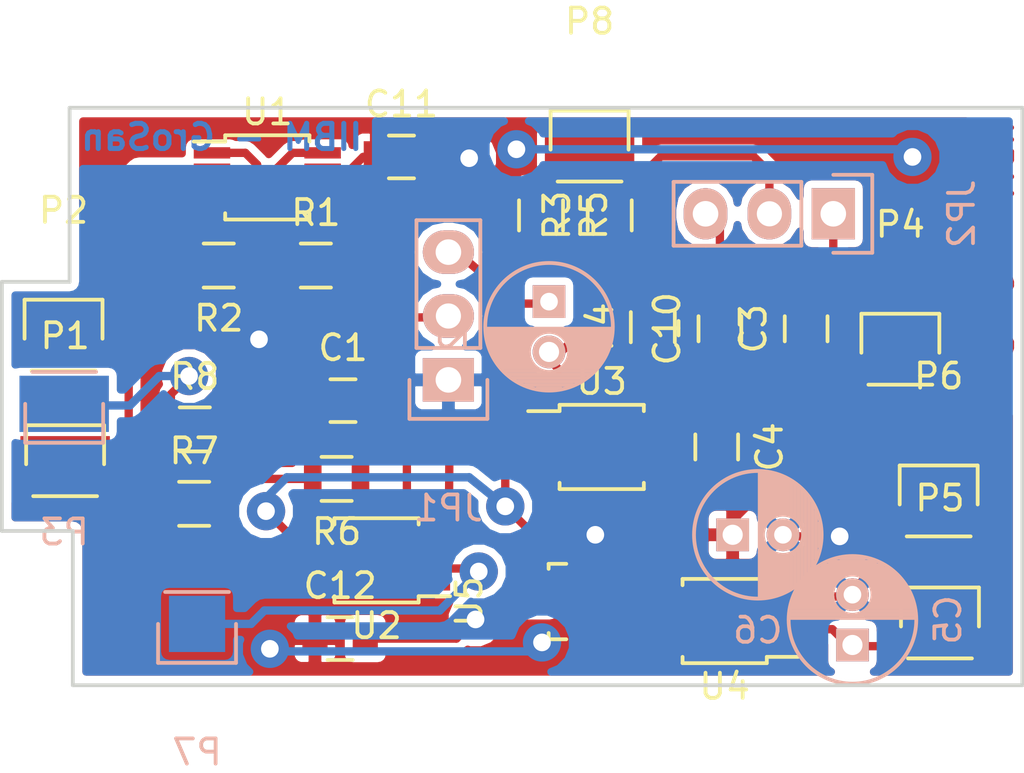
<source format=kicad_pcb>
(kicad_pcb (version 4) (host pcbnew "(2015-08-05 BZR 6055, Git fa29c62)-product")

  (general
    (links 57)
    (no_connects 0)
    (area 111.138899 62.8725 151.865401 94.2416)
    (thickness 1.6)
    (drawings 10)
    (tracks 288)
    (zones 0)
    (modules 32)
    (nets 24)
  )

  (page A4)
  (layers
    (0 F.Cu signal)
    (31 B.Cu signal)
    (32 B.Adhes user)
    (33 F.Adhes user)
    (34 B.Paste user)
    (35 F.Paste user)
    (36 B.SilkS user)
    (37 F.SilkS user)
    (38 B.Mask user)
    (39 F.Mask user)
    (40 Dwgs.User user)
    (41 Cmts.User user)
    (42 Eco1.User user)
    (43 Eco2.User user)
    (44 Edge.Cuts user)
    (45 Margin user)
    (46 B.CrtYd user)
    (47 F.CrtYd user)
    (48 B.Fab user)
    (49 F.Fab user)
  )

  (setup
    (last_trace_width 0.3302)
    (trace_clearance 0.3048)
    (zone_clearance 0.3048)
    (zone_45_only yes)
    (trace_min 0.2)
    (segment_width 0.2)
    (edge_width 0.15)
    (via_size 1.524)
    (via_drill 0.7)
    (via_min_size 0.4)
    (via_min_drill 0.3)
    (uvia_size 0.3)
    (uvia_drill 0.1)
    (uvias_allowed no)
    (uvia_min_size 0)
    (uvia_min_drill 0)
    (pcb_text_width 0.3)
    (pcb_text_size 1.5 1.5)
    (mod_edge_width 0.15)
    (mod_text_size 1 1)
    (mod_text_width 0.15)
    (pad_size 2.032 1.7272)
    (pad_drill 1)
    (pad_to_mask_clearance 0.2)
    (aux_axis_origin 0 0)
    (visible_elements 7FFFFFFF)
    (pcbplotparams
      (layerselection 0x000c0_80000001)
      (usegerberextensions false)
      (excludeedgelayer true)
      (linewidth 0.100000)
      (plotframeref false)
      (viasonmask true)
      (mode 1)
      (useauxorigin false)
      (hpglpennumber 1)
      (hpglpenspeed 20)
      (hpglpendiameter 15)
      (hpglpenoverlay 2)
      (psnegative false)
      (psa4output false)
      (plotreference true)
      (plotvalue true)
      (plotinvisibletext false)
      (padsonsilk false)
      (subtractmaskfromsilk false)
      (outputformat 1)
      (mirror false)
      (drillshape 0)
      (scaleselection 1)
      (outputdirectory Gerber/))
  )

  (net 0 "")
  (net 1 "Net-(C1-Pad1)")
  (net 2 "Net-(C1-Pad2)")
  (net 3 "Net-(C2-Pad1)")
  (net 4 "Net-(C2-Pad2)")
  (net 5 OUT)
  (net 6 "Net-(C3-Pad2)")
  (net 7 +5V)
  (net 8 GND)
  (net 9 "Net-(JP1-Pad2)")
  (net 10 RA)
  (net 11 LL)
  (net 12 RL)
  (net 13 Alimentacion)
  (net 14 "Net-(R1-Pad1)")
  (net 15 "Net-(R1-Pad2)")
  (net 16 "Net-(R2-Pad1)")
  (net 17 REF)
  (net 18 "Net-(U4-Pad5)")
  (net 19 "Net-(U4-Pad3)")
  (net 20 "Net-(JP2-Pad2)")
  (net 21 "Net-(C10-Pad2)")
  (net 22 SHIELD)
  (net 23 INA)

  (net_class Default "This is the default net class."
    (clearance 0.3048)
    (trace_width 0.3302)
    (via_dia 1.524)
    (via_drill 0.7)
    (uvia_dia 0.3)
    (uvia_drill 0.1)
    (add_net +5V)
    (add_net Alimentacion)
    (add_net GND)
    (add_net INA)
    (add_net LL)
    (add_net "Net-(C1-Pad1)")
    (add_net "Net-(C1-Pad2)")
    (add_net "Net-(C10-Pad2)")
    (add_net "Net-(C2-Pad1)")
    (add_net "Net-(C2-Pad2)")
    (add_net "Net-(C3-Pad2)")
    (add_net "Net-(JP1-Pad2)")
    (add_net "Net-(JP2-Pad2)")
    (add_net "Net-(R1-Pad1)")
    (add_net "Net-(R1-Pad2)")
    (add_net "Net-(R2-Pad1)")
    (add_net "Net-(U4-Pad3)")
    (add_net "Net-(U4-Pad5)")
    (add_net OUT)
    (add_net RA)
    (add_net REF)
    (add_net RL)
    (add_net SHIELD)
  )

  (module Capacitors_SMD:C_0805 (layer F.Cu) (tedit 5415D6EA) (tstamp 55C7DA51)
    (at 124.7775 79.1845)
    (descr "Capacitor SMD 0805, reflow soldering, AVX (see smccp.pdf)")
    (tags "capacitor 0805")
    (path /55C7A003)
    (attr smd)
    (fp_text reference C1 (at 0 -2.1) (layer F.SilkS)
      (effects (font (size 1 1) (thickness 0.15)))
    )
    (fp_text value 47p (at 0 2.1) (layer F.Fab)
      (effects (font (size 1 1) (thickness 0.15)))
    )
    (fp_line (start -1.8 -1) (end 1.8 -1) (layer F.CrtYd) (width 0.05))
    (fp_line (start -1.8 1) (end 1.8 1) (layer F.CrtYd) (width 0.05))
    (fp_line (start -1.8 -1) (end -1.8 1) (layer F.CrtYd) (width 0.05))
    (fp_line (start 1.8 -1) (end 1.8 1) (layer F.CrtYd) (width 0.05))
    (fp_line (start 0.5 -0.85) (end -0.5 -0.85) (layer F.SilkS) (width 0.15))
    (fp_line (start -0.5 0.85) (end 0.5 0.85) (layer F.SilkS) (width 0.15))
    (pad 1 smd rect (at -1 0) (size 1 1.25) (layers F.Cu F.Paste F.Mask)
      (net 1 "Net-(C1-Pad1)"))
    (pad 2 smd rect (at 1 0) (size 1 1.25) (layers F.Cu F.Paste F.Mask)
      (net 2 "Net-(C1-Pad2)"))
    (model Capacitors_SMD.3dshapes/C_0805.wrl
      (at (xyz 0 0 0))
      (scale (xyz 1 1 1))
      (rotate (xyz 0 0 0))
    )
  )

  (module Capacitors_SMD:C_0805 (layer F.Cu) (tedit 5415D6EA) (tstamp 55C7DA5D)
    (at 143.1925 76.327 90)
    (descr "Capacitor SMD 0805, reflow soldering, AVX (see smccp.pdf)")
    (tags "capacitor 0805")
    (path /55C7D2B0)
    (attr smd)
    (fp_text reference C3 (at 0 -2.1 90) (layer F.SilkS)
      (effects (font (size 1 1) (thickness 0.15)))
    )
    (fp_text value 330p (at 0 2.1 90) (layer F.Fab)
      (effects (font (size 1 1) (thickness 0.15)))
    )
    (fp_line (start -1.8 -1) (end 1.8 -1) (layer F.CrtYd) (width 0.05))
    (fp_line (start -1.8 1) (end 1.8 1) (layer F.CrtYd) (width 0.05))
    (fp_line (start -1.8 -1) (end -1.8 1) (layer F.CrtYd) (width 0.05))
    (fp_line (start 1.8 -1) (end 1.8 1) (layer F.CrtYd) (width 0.05))
    (fp_line (start 0.5 -0.85) (end -0.5 -0.85) (layer F.SilkS) (width 0.15))
    (fp_line (start -0.5 0.85) (end 0.5 0.85) (layer F.SilkS) (width 0.15))
    (pad 1 smd rect (at -1 0 90) (size 1 1.25) (layers F.Cu F.Paste F.Mask)
      (net 5 OUT))
    (pad 2 smd rect (at 1 0 90) (size 1 1.25) (layers F.Cu F.Paste F.Mask)
      (net 6 "Net-(C3-Pad2)"))
    (model Capacitors_SMD.3dshapes/C_0805.wrl
      (at (xyz 0 0 0))
      (scale (xyz 1 1 1))
      (rotate (xyz 0 0 0))
    )
  )

  (module Capacitors_SMD:C_0805 (layer F.Cu) (tedit 5415D6EA) (tstamp 55C7DA63)
    (at 139.6365 81.026 270)
    (descr "Capacitor SMD 0805, reflow soldering, AVX (see smccp.pdf)")
    (tags "capacitor 0805")
    (path /55C7C4D5)
    (attr smd)
    (fp_text reference C4 (at 0 -2.1 270) (layer F.SilkS)
      (effects (font (size 1 1) (thickness 0.15)))
    )
    (fp_text value 0.1u (at 0 2.1 270) (layer F.Fab)
      (effects (font (size 1 1) (thickness 0.15)))
    )
    (fp_line (start -1.8 -1) (end 1.8 -1) (layer F.CrtYd) (width 0.05))
    (fp_line (start -1.8 1) (end 1.8 1) (layer F.CrtYd) (width 0.05))
    (fp_line (start -1.8 -1) (end -1.8 1) (layer F.CrtYd) (width 0.05))
    (fp_line (start 1.8 -1) (end 1.8 1) (layer F.CrtYd) (width 0.05))
    (fp_line (start 0.5 -0.85) (end -0.5 -0.85) (layer F.SilkS) (width 0.15))
    (fp_line (start -0.5 0.85) (end 0.5 0.85) (layer F.SilkS) (width 0.15))
    (pad 1 smd rect (at -1 0 270) (size 1 1.25) (layers F.Cu F.Paste F.Mask)
      (net 7 +5V))
    (pad 2 smd rect (at 1 0 270) (size 1 1.25) (layers F.Cu F.Paste F.Mask)
      (net 8 GND))
    (model Capacitors_SMD.3dshapes/C_0805.wrl
      (at (xyz 0 0 0))
      (scale (xyz 1 1 1))
      (rotate (xyz 0 0 0))
    )
  )

  (module Pin_Headers:Pin_Header_Straight_1x03 (layer B.Cu) (tedit 55DBDD55) (tstamp 55C7DA76)
    (at 128.9685 78.359)
    (descr "Through hole pin header")
    (tags "pin header")
    (path /55C7A2FF)
    (fp_text reference JP1 (at 0 5.1) (layer B.SilkS)
      (effects (font (size 1 1) (thickness 0.15)) (justify mirror))
    )
    (fp_text value GND/AC (at 0 3.1) (layer B.Fab)
      (effects (font (size 1 1) (thickness 0.15)) (justify mirror))
    )
    (fp_line (start -1.75 1.75) (end -1.75 -6.85) (layer B.CrtYd) (width 0.05))
    (fp_line (start 1.75 1.75) (end 1.75 -6.85) (layer B.CrtYd) (width 0.05))
    (fp_line (start -1.75 1.75) (end 1.75 1.75) (layer B.CrtYd) (width 0.05))
    (fp_line (start -1.75 -6.85) (end 1.75 -6.85) (layer B.CrtYd) (width 0.05))
    (fp_line (start -1.27 -1.27) (end -1.27 -6.35) (layer B.SilkS) (width 0.15))
    (fp_line (start -1.27 -6.35) (end 1.27 -6.35) (layer B.SilkS) (width 0.15))
    (fp_line (start 1.27 -6.35) (end 1.27 -1.27) (layer B.SilkS) (width 0.15))
    (fp_line (start 1.55 1.55) (end 1.55 0) (layer B.SilkS) (width 0.15))
    (fp_line (start 1.27 -1.27) (end -1.27 -1.27) (layer B.SilkS) (width 0.15))
    (fp_line (start -1.55 0) (end -1.55 1.55) (layer B.SilkS) (width 0.15))
    (fp_line (start -1.55 1.55) (end 1.55 1.55) (layer B.SilkS) (width 0.15))
    (pad 1 thru_hole rect (at 0 0) (size 2.032 1.7272) (drill 1.016) (layers *.Cu *.Mask B.SilkS)
      (net 8 GND))
    (pad 2 thru_hole oval (at 0 -2.54) (size 2.032 1.7272) (drill 1) (layers *.Cu *.Mask B.SilkS)
      (net 9 "Net-(JP1-Pad2)"))
    (pad 3 thru_hole oval (at 0 -5.08) (size 2.032 1.7272) (drill 1.016) (layers *.Cu *.Mask B.SilkS)
      (net 3 "Net-(C2-Pad1)"))
    (model Pin_Headers.3dshapes/Pin_Header_Straight_1x03.wrl
      (at (xyz 0 -0.1 0))
      (scale (xyz 1 1 1))
      (rotate (xyz 0 0 90))
    )
  )

  (module Pin_Headers:Pin_Header_Straight_1x01 (layer F.Cu) (tedit 55D549C7) (tstamp 55C7DA7B)
    (at 113.7285 81.7118)
    (descr "Through hole pin header")
    (tags "pin header")
    (path /55C7E983)
    (fp_text reference P1 (at 0 -5.1) (layer F.SilkS)
      (effects (font (size 1 1) (thickness 0.15)))
    )
    (fp_text value RA (at 0 -3.1) (layer F.Fab)
      (effects (font (size 1 1) (thickness 0.15)))
    )
    (fp_line (start 1.55 -1.55) (end 1.55 0) (layer F.SilkS) (width 0.15))
    (fp_line (start -1.75 -1.75) (end -1.75 1.75) (layer F.CrtYd) (width 0.05))
    (fp_line (start 1.75 -1.75) (end 1.75 1.75) (layer F.CrtYd) (width 0.05))
    (fp_line (start -1.75 -1.75) (end 1.75 -1.75) (layer F.CrtYd) (width 0.05))
    (fp_line (start -1.75 1.75) (end 1.75 1.75) (layer F.CrtYd) (width 0.05))
    (fp_line (start -1.55 0) (end -1.55 -1.55) (layer F.SilkS) (width 0.15))
    (fp_line (start -1.55 -1.55) (end 1.55 -1.55) (layer F.SilkS) (width 0.15))
    (fp_line (start -1.27 1.27) (end 1.27 1.27) (layer F.SilkS) (width 0.15))
    (pad 1 smd rect (at 0 0) (size 3.556 2.2352) (layers F.Cu F.Paste F.Mask)
      (net 10 RA))
    (model Pin_Headers.3dshapes/Pin_Header_Straight_1x01.wrl
      (at (xyz 0 0 0))
      (scale (xyz 1 1 1))
      (rotate (xyz 0 0 90))
    )
  )

  (module Pin_Headers:Pin_Header_Straight_1x01 (layer F.Cu) (tedit 55D548FB) (tstamp 55C7DA80)
    (at 113.665 76.7207)
    (descr "Through hole pin header")
    (tags "pin header")
    (path /55C7EC18)
    (fp_text reference P2 (at 0 -5.1) (layer F.SilkS)
      (effects (font (size 1 1) (thickness 0.15)))
    )
    (fp_text value LL (at 0 -3.1) (layer F.Fab)
      (effects (font (size 1 1) (thickness 0.15)))
    )
    (fp_line (start 1.55 -1.55) (end 1.55 0) (layer F.SilkS) (width 0.15))
    (fp_line (start -1.75 -1.75) (end -1.75 1.75) (layer F.CrtYd) (width 0.05))
    (fp_line (start 1.75 -1.75) (end 1.75 1.75) (layer F.CrtYd) (width 0.05))
    (fp_line (start -1.75 -1.75) (end 1.75 -1.75) (layer F.CrtYd) (width 0.05))
    (fp_line (start -1.75 1.75) (end 1.75 1.75) (layer F.CrtYd) (width 0.05))
    (fp_line (start -1.55 0) (end -1.55 -1.55) (layer F.SilkS) (width 0.15))
    (fp_line (start -1.55 -1.55) (end 1.55 -1.55) (layer F.SilkS) (width 0.15))
    (fp_line (start -1.27 1.27) (end 1.27 1.27) (layer F.SilkS) (width 0.15))
    (pad 1 smd rect (at 0 0) (size 3.556 2.2352) (layers F.Cu F.Paste F.Mask)
      (net 11 LL))
    (model Pin_Headers.3dshapes/Pin_Header_Straight_1x01.wrl
      (at (xyz 0 0 0))
      (scale (xyz 1 1 1))
      (rotate (xyz 0 0 90))
    )
  )

  (module Pin_Headers:Pin_Header_Straight_1x01 (layer B.Cu) (tedit 55DBD6F9) (tstamp 55C7DA85)
    (at 113.6904 79.3115)
    (descr "Through hole pin header")
    (tags "pin header")
    (path /55C7EE8B)
    (fp_text reference P3 (at 0 5.1) (layer B.SilkS)
      (effects (font (size 1 1) (thickness 0.15)) (justify mirror))
    )
    (fp_text value RL (at 0 3.1) (layer B.Fab)
      (effects (font (size 1 1) (thickness 0.15)) (justify mirror))
    )
    (fp_line (start 1.55 1.55) (end 1.55 0) (layer B.SilkS) (width 0.15))
    (fp_line (start -1.75 1.75) (end -1.75 -1.75) (layer B.CrtYd) (width 0.05))
    (fp_line (start 1.75 1.75) (end 1.75 -1.75) (layer B.CrtYd) (width 0.05))
    (fp_line (start -1.75 1.75) (end 1.75 1.75) (layer B.CrtYd) (width 0.05))
    (fp_line (start -1.75 -1.75) (end 1.75 -1.75) (layer B.CrtYd) (width 0.05))
    (fp_line (start -1.55 0) (end -1.55 1.55) (layer B.SilkS) (width 0.15))
    (fp_line (start -1.55 1.55) (end 1.55 1.55) (layer B.SilkS) (width 0.15))
    (fp_line (start -1.27 -1.27) (end 1.27 -1.27) (layer B.SilkS) (width 0.15))
    (pad 1 smd rect (at 0 0) (size 3.556 2.2352) (layers B.Cu B.Paste B.Mask)
      (net 12 RL))
    (model Pin_Headers.3dshapes/Pin_Header_Straight_1x01.wrl
      (at (xyz 0 0 0))
      (scale (xyz 1 1 1))
      (rotate (xyz 0 0 90))
    )
  )

  (module Pin_Headers:Pin_Header_Straight_1x01 (layer F.Cu) (tedit 55D54A25) (tstamp 55C7DA8A)
    (at 146.939 77.2795)
    (descr "Through hole pin header")
    (tags "pin header")
    (path /55C807C4)
    (fp_text reference P4 (at 0 -5.1) (layer F.SilkS)
      (effects (font (size 1 1) (thickness 0.15)))
    )
    (fp_text value OUT (at 0 -3.1) (layer F.Fab)
      (effects (font (size 1 1) (thickness 0.15)))
    )
    (fp_line (start 1.55 -1.55) (end 1.55 0) (layer F.SilkS) (width 0.15))
    (fp_line (start -1.75 -1.75) (end -1.75 1.75) (layer F.CrtYd) (width 0.05))
    (fp_line (start 1.75 -1.75) (end 1.75 1.75) (layer F.CrtYd) (width 0.05))
    (fp_line (start -1.75 -1.75) (end 1.75 -1.75) (layer F.CrtYd) (width 0.05))
    (fp_line (start -1.75 1.75) (end 1.75 1.75) (layer F.CrtYd) (width 0.05))
    (fp_line (start -1.55 0) (end -1.55 -1.55) (layer F.SilkS) (width 0.15))
    (fp_line (start -1.55 -1.55) (end 1.55 -1.55) (layer F.SilkS) (width 0.15))
    (fp_line (start -1.27 1.27) (end 1.27 1.27) (layer F.SilkS) (width 0.15))
    (pad 1 smd rect (at 0 0) (size 3.556 2.2352) (layers F.Cu F.Paste F.Mask)
      (net 5 OUT))
    (model Pin_Headers.3dshapes/Pin_Header_Straight_1x01.wrl
      (at (xyz 0 0 0))
      (scale (xyz 1 1 1))
      (rotate (xyz 0 0 90))
    )
  )

  (module Pin_Headers:Pin_Header_Straight_1x01 (layer F.Cu) (tedit 55D54A54) (tstamp 55C7DA8F)
    (at 148.5138 88.1634)
    (descr "Through hole pin header")
    (tags "pin header")
    (path /55C80DB4)
    (fp_text reference P5 (at 0 -5.1) (layer F.SilkS)
      (effects (font (size 1 1) (thickness 0.15)))
    )
    (fp_text value 5V (at 0 -3.1) (layer F.Fab)
      (effects (font (size 1 1) (thickness 0.15)))
    )
    (fp_line (start 1.55 -1.55) (end 1.55 0) (layer F.SilkS) (width 0.15))
    (fp_line (start -1.75 -1.75) (end -1.75 1.75) (layer F.CrtYd) (width 0.05))
    (fp_line (start 1.75 -1.75) (end 1.75 1.75) (layer F.CrtYd) (width 0.05))
    (fp_line (start -1.75 -1.75) (end 1.75 -1.75) (layer F.CrtYd) (width 0.05))
    (fp_line (start -1.75 1.75) (end 1.75 1.75) (layer F.CrtYd) (width 0.05))
    (fp_line (start -1.55 0) (end -1.55 -1.55) (layer F.SilkS) (width 0.15))
    (fp_line (start -1.55 -1.55) (end 1.55 -1.55) (layer F.SilkS) (width 0.15))
    (fp_line (start -1.27 1.27) (end 1.27 1.27) (layer F.SilkS) (width 0.15))
    (pad 1 smd rect (at 0 0) (size 3.556 2.2352) (layers F.Cu F.Paste F.Mask)
      (net 13 Alimentacion))
    (model Pin_Headers.3dshapes/Pin_Header_Straight_1x01.wrl
      (at (xyz 0 0 0))
      (scale (xyz 1 1 1))
      (rotate (xyz 0 0 90))
    )
  )

  (module Pin_Headers:Pin_Header_Straight_1x01 (layer F.Cu) (tedit 55D54A3C) (tstamp 55C7DA94)
    (at 148.463 83.312)
    (descr "Through hole pin header")
    (tags "pin header")
    (path /55C80E41)
    (fp_text reference P6 (at 0 -5.1) (layer F.SilkS)
      (effects (font (size 1 1) (thickness 0.15)))
    )
    (fp_text value GND (at 0 -3.1) (layer F.Fab)
      (effects (font (size 1 1) (thickness 0.15)))
    )
    (fp_line (start 1.55 -1.55) (end 1.55 0) (layer F.SilkS) (width 0.15))
    (fp_line (start -1.75 -1.75) (end -1.75 1.75) (layer F.CrtYd) (width 0.05))
    (fp_line (start 1.75 -1.75) (end 1.75 1.75) (layer F.CrtYd) (width 0.05))
    (fp_line (start -1.75 -1.75) (end 1.75 -1.75) (layer F.CrtYd) (width 0.05))
    (fp_line (start -1.75 1.75) (end 1.75 1.75) (layer F.CrtYd) (width 0.05))
    (fp_line (start -1.55 0) (end -1.55 -1.55) (layer F.SilkS) (width 0.15))
    (fp_line (start -1.55 -1.55) (end 1.55 -1.55) (layer F.SilkS) (width 0.15))
    (fp_line (start -1.27 1.27) (end 1.27 1.27) (layer F.SilkS) (width 0.15))
    (pad 1 smd rect (at 0 0) (size 3.556 2.2352) (layers F.Cu F.Paste F.Mask)
      (net 8 GND))
    (model Pin_Headers.3dshapes/Pin_Header_Straight_1x01.wrl
      (at (xyz 0 0 0))
      (scale (xyz 1 1 1))
      (rotate (xyz 0 0 90))
    )
  )

  (module Resistors_SMD:R_0805 (layer F.Cu) (tedit 5415CDEB) (tstamp 55C7DA9A)
    (at 123.698 73.8124)
    (descr "Resistor SMD 0805, reflow soldering, Vishay (see dcrcw.pdf)")
    (tags "resistor 0805")
    (path /55C795DC)
    (attr smd)
    (fp_text reference R1 (at 0 -2.1) (layer F.SilkS)
      (effects (font (size 1 1) (thickness 0.15)))
    )
    (fp_text value 12.7k (at 0 2.1) (layer F.Fab)
      (effects (font (size 1 1) (thickness 0.15)))
    )
    (fp_line (start -1.6 -1) (end 1.6 -1) (layer F.CrtYd) (width 0.05))
    (fp_line (start -1.6 1) (end 1.6 1) (layer F.CrtYd) (width 0.05))
    (fp_line (start -1.6 -1) (end -1.6 1) (layer F.CrtYd) (width 0.05))
    (fp_line (start 1.6 -1) (end 1.6 1) (layer F.CrtYd) (width 0.05))
    (fp_line (start 0.6 0.875) (end -0.6 0.875) (layer F.SilkS) (width 0.15))
    (fp_line (start -0.6 -0.875) (end 0.6 -0.875) (layer F.SilkS) (width 0.15))
    (pad 1 smd rect (at -0.95 0) (size 0.7 1.3) (layers F.Cu F.Paste F.Mask)
      (net 14 "Net-(R1-Pad1)"))
    (pad 2 smd rect (at 0.95 0) (size 0.7 1.3) (layers F.Cu F.Paste F.Mask)
      (net 15 "Net-(R1-Pad2)"))
    (model Resistors_SMD.3dshapes/R_0805.wrl
      (at (xyz 0 0 0))
      (scale (xyz 1 1 1))
      (rotate (xyz 0 0 0))
    )
  )

  (module Resistors_SMD:R_0805 (layer F.Cu) (tedit 5415CDEB) (tstamp 55C7DAA0)
    (at 119.8372 73.8124 180)
    (descr "Resistor SMD 0805, reflow soldering, Vishay (see dcrcw.pdf)")
    (tags "resistor 0805")
    (path /55C7955F)
    (attr smd)
    (fp_text reference R2 (at 0 -2.1 180) (layer F.SilkS)
      (effects (font (size 1 1) (thickness 0.15)))
    )
    (fp_text value 12.7k (at 0 2.1 180) (layer F.Fab)
      (effects (font (size 1 1) (thickness 0.15)))
    )
    (fp_line (start -1.6 -1) (end 1.6 -1) (layer F.CrtYd) (width 0.05))
    (fp_line (start -1.6 1) (end 1.6 1) (layer F.CrtYd) (width 0.05))
    (fp_line (start -1.6 -1) (end -1.6 1) (layer F.CrtYd) (width 0.05))
    (fp_line (start 1.6 -1) (end 1.6 1) (layer F.CrtYd) (width 0.05))
    (fp_line (start 0.6 0.875) (end -0.6 0.875) (layer F.SilkS) (width 0.15))
    (fp_line (start -0.6 -0.875) (end 0.6 -0.875) (layer F.SilkS) (width 0.15))
    (pad 1 smd rect (at -0.95 0 180) (size 0.7 1.3) (layers F.Cu F.Paste F.Mask)
      (net 16 "Net-(R2-Pad1)"))
    (pad 2 smd rect (at 0.95 0 180) (size 0.7 1.3) (layers F.Cu F.Paste F.Mask)
      (net 15 "Net-(R1-Pad2)"))
    (model Resistors_SMD.3dshapes/R_0805.wrl
      (at (xyz 0 0 0))
      (scale (xyz 1 1 1))
      (rotate (xyz 0 0 0))
    )
  )

  (module Resistors_SMD:R_0805 (layer F.Cu) (tedit 5415CDEB) (tstamp 55C7DAA6)
    (at 135.382 71.8185 90)
    (descr "Resistor SMD 0805, reflow soldering, Vishay (see dcrcw.pdf)")
    (tags "resistor 0805")
    (path /55C7AC89)
    (attr smd)
    (fp_text reference R3 (at 0 -2.1 90) (layer F.SilkS)
      (effects (font (size 1 1) (thickness 0.15)))
    )
    (fp_text value 4.7k (at 0 2.1 90) (layer F.Fab)
      (effects (font (size 1 1) (thickness 0.15)))
    )
    (fp_line (start -1.6 -1) (end 1.6 -1) (layer F.CrtYd) (width 0.05))
    (fp_line (start -1.6 1) (end 1.6 1) (layer F.CrtYd) (width 0.05))
    (fp_line (start -1.6 -1) (end -1.6 1) (layer F.CrtYd) (width 0.05))
    (fp_line (start 1.6 -1) (end 1.6 1) (layer F.CrtYd) (width 0.05))
    (fp_line (start 0.6 0.875) (end -0.6 0.875) (layer F.SilkS) (width 0.15))
    (fp_line (start -0.6 -0.875) (end 0.6 -0.875) (layer F.SilkS) (width 0.15))
    (pad 1 smd rect (at -0.95 0 90) (size 0.7 1.3) (layers F.Cu F.Paste F.Mask)
      (net 20 "Net-(JP2-Pad2)"))
    (pad 2 smd rect (at 0.95 0 90) (size 0.7 1.3) (layers F.Cu F.Paste F.Mask)
      (net 23 INA))
    (model Resistors_SMD.3dshapes/R_0805.wrl
      (at (xyz 0 0 0))
      (scale (xyz 1 1 1))
      (rotate (xyz 0 0 0))
    )
  )

  (module Resistors_SMD:R_0805 (layer F.Cu) (tedit 5415CDEB) (tstamp 55C7DAAC)
    (at 137.0965 76.2635 90)
    (descr "Resistor SMD 0805, reflow soldering, Vishay (see dcrcw.pdf)")
    (tags "resistor 0805")
    (path /55C7D19F)
    (attr smd)
    (fp_text reference R4 (at 0 -2.1 90) (layer F.SilkS)
      (effects (font (size 1 1) (thickness 0.15)))
    )
    (fp_text value 10.7k (at 0 2.1 90) (layer F.Fab)
      (effects (font (size 1 1) (thickness 0.15)))
    )
    (fp_line (start -1.6 -1) (end 1.6 -1) (layer F.CrtYd) (width 0.05))
    (fp_line (start -1.6 1) (end 1.6 1) (layer F.CrtYd) (width 0.05))
    (fp_line (start -1.6 -1) (end -1.6 1) (layer F.CrtYd) (width 0.05))
    (fp_line (start 1.6 -1) (end 1.6 1) (layer F.CrtYd) (width 0.05))
    (fp_line (start 0.6 0.875) (end -0.6 0.875) (layer F.SilkS) (width 0.15))
    (fp_line (start -0.6 -0.875) (end 0.6 -0.875) (layer F.SilkS) (width 0.15))
    (pad 1 smd rect (at -0.95 0 90) (size 0.7 1.3) (layers F.Cu F.Paste F.Mask)
      (net 5 OUT))
    (pad 2 smd rect (at 0.95 0 90) (size 0.7 1.3) (layers F.Cu F.Paste F.Mask)
      (net 20 "Net-(JP2-Pad2)"))
    (model Resistors_SMD.3dshapes/R_0805.wrl
      (at (xyz 0 0 0))
      (scale (xyz 1 1 1))
      (rotate (xyz 0 0 0))
    )
  )

  (module Resistors_SMD:R_0805 (layer F.Cu) (tedit 5415CDEB) (tstamp 55C7DAB2)
    (at 132.6515 71.8185 270)
    (descr "Resistor SMD 0805, reflow soldering, Vishay (see dcrcw.pdf)")
    (tags "resistor 0805")
    (path /55C7A9F4)
    (attr smd)
    (fp_text reference R5 (at 0 -2.1 270) (layer F.SilkS)
      (effects (font (size 1 1) (thickness 0.15)))
    )
    (fp_text value 316k (at 0 2.1 270) (layer F.Fab)
      (effects (font (size 1 1) (thickness 0.15)))
    )
    (fp_line (start -1.6 -1) (end 1.6 -1) (layer F.CrtYd) (width 0.05))
    (fp_line (start -1.6 1) (end 1.6 1) (layer F.CrtYd) (width 0.05))
    (fp_line (start -1.6 -1) (end -1.6 1) (layer F.CrtYd) (width 0.05))
    (fp_line (start 1.6 -1) (end 1.6 1) (layer F.CrtYd) (width 0.05))
    (fp_line (start 0.6 0.875) (end -0.6 0.875) (layer F.SilkS) (width 0.15))
    (fp_line (start -0.6 -0.875) (end 0.6 -0.875) (layer F.SilkS) (width 0.15))
    (pad 1 smd rect (at -0.95 0 270) (size 0.7 1.3) (layers F.Cu F.Paste F.Mask)
      (net 23 INA))
    (pad 2 smd rect (at 0.95 0 270) (size 0.7 1.3) (layers F.Cu F.Paste F.Mask)
      (net 4 "Net-(C2-Pad2)"))
    (model Resistors_SMD.3dshapes/R_0805.wrl
      (at (xyz 0 0 0))
      (scale (xyz 1 1 1))
      (rotate (xyz 0 0 0))
    )
  )

  (module Resistors_SMD:R_0805 (layer F.Cu) (tedit 5415CDEB) (tstamp 55C7DAB8)
    (at 124.5235 82.296 180)
    (descr "Resistor SMD 0805, reflow soldering, Vishay (see dcrcw.pdf)")
    (tags "resistor 0805")
    (path /55C79B61)
    (attr smd)
    (fp_text reference R6 (at 0 -2.1 180) (layer F.SilkS)
      (effects (font (size 1 1) (thickness 0.15)))
    )
    (fp_text value 10k (at 0 2.1 180) (layer F.Fab)
      (effects (font (size 1 1) (thickness 0.15)))
    )
    (fp_line (start -1.6 -1) (end 1.6 -1) (layer F.CrtYd) (width 0.05))
    (fp_line (start -1.6 1) (end 1.6 1) (layer F.CrtYd) (width 0.05))
    (fp_line (start -1.6 -1) (end -1.6 1) (layer F.CrtYd) (width 0.05))
    (fp_line (start 1.6 -1) (end 1.6 1) (layer F.CrtYd) (width 0.05))
    (fp_line (start 0.6 0.875) (end -0.6 0.875) (layer F.SilkS) (width 0.15))
    (fp_line (start -0.6 -0.875) (end 0.6 -0.875) (layer F.SilkS) (width 0.15))
    (pad 1 smd rect (at -0.95 0 180) (size 0.7 1.3) (layers F.Cu F.Paste F.Mask)
      (net 22 SHIELD))
    (pad 2 smd rect (at 0.95 0 180) (size 0.7 1.3) (layers F.Cu F.Paste F.Mask)
      (net 2 "Net-(C1-Pad2)"))
    (model Resistors_SMD.3dshapes/R_0805.wrl
      (at (xyz 0 0 0))
      (scale (xyz 1 1 1))
      (rotate (xyz 0 0 0))
    )
  )

  (module Resistors_SMD:R_0805 (layer F.Cu) (tedit 5415CDEB) (tstamp 55C7DABE)
    (at 118.8593 83.2866)
    (descr "Resistor SMD 0805, reflow soldering, Vishay (see dcrcw.pdf)")
    (tags "resistor 0805")
    (path /55C79F39)
    (attr smd)
    (fp_text reference R7 (at 0 -2.1) (layer F.SilkS)
      (effects (font (size 1 1) (thickness 0.15)))
    )
    (fp_text value 390k (at 0 2.1) (layer F.Fab)
      (effects (font (size 1 1) (thickness 0.15)))
    )
    (fp_line (start -1.6 -1) (end 1.6 -1) (layer F.CrtYd) (width 0.05))
    (fp_line (start -1.6 1) (end 1.6 1) (layer F.CrtYd) (width 0.05))
    (fp_line (start -1.6 -1) (end -1.6 1) (layer F.CrtYd) (width 0.05))
    (fp_line (start 1.6 -1) (end 1.6 1) (layer F.CrtYd) (width 0.05))
    (fp_line (start 0.6 0.875) (end -0.6 0.875) (layer F.SilkS) (width 0.15))
    (fp_line (start -0.6 -0.875) (end 0.6 -0.875) (layer F.SilkS) (width 0.15))
    (pad 1 smd rect (at -0.95 0) (size 0.7 1.3) (layers F.Cu F.Paste F.Mask)
      (net 1 "Net-(C1-Pad1)"))
    (pad 2 smd rect (at 0.95 0) (size 0.7 1.3) (layers F.Cu F.Paste F.Mask)
      (net 2 "Net-(C1-Pad2)"))
    (model Resistors_SMD.3dshapes/R_0805.wrl
      (at (xyz 0 0 0))
      (scale (xyz 1 1 1))
      (rotate (xyz 0 0 0))
    )
  )

  (module Resistors_SMD:R_0805 (layer F.Cu) (tedit 5415CDEB) (tstamp 55C7DAC4)
    (at 118.8847 80.3275)
    (descr "Resistor SMD 0805, reflow soldering, Vishay (see dcrcw.pdf)")
    (tags "resistor 0805")
    (path /55C7F643)
    (attr smd)
    (fp_text reference R8 (at 0 -2.1) (layer F.SilkS)
      (effects (font (size 1 1) (thickness 0.15)))
    )
    (fp_text value 100k (at 0 2.1) (layer F.Fab)
      (effects (font (size 1 1) (thickness 0.15)))
    )
    (fp_line (start -1.6 -1) (end 1.6 -1) (layer F.CrtYd) (width 0.05))
    (fp_line (start -1.6 1) (end 1.6 1) (layer F.CrtYd) (width 0.05))
    (fp_line (start -1.6 -1) (end -1.6 1) (layer F.CrtYd) (width 0.05))
    (fp_line (start 1.6 -1) (end 1.6 1) (layer F.CrtYd) (width 0.05))
    (fp_line (start 0.6 0.875) (end -0.6 0.875) (layer F.SilkS) (width 0.15))
    (fp_line (start -0.6 -0.875) (end 0.6 -0.875) (layer F.SilkS) (width 0.15))
    (pad 1 smd rect (at -0.95 0) (size 0.7 1.3) (layers F.Cu F.Paste F.Mask)
      (net 12 RL))
    (pad 2 smd rect (at 0.95 0) (size 0.7 1.3) (layers F.Cu F.Paste F.Mask)
      (net 1 "Net-(C1-Pad1)"))
    (model Resistors_SMD.3dshapes/R_0805.wrl
      (at (xyz 0 0 0))
      (scale (xyz 1 1 1))
      (rotate (xyz 0 0 0))
    )
  )

  (module Housings_SSOP:MSOP-8_3x3mm_Pitch0.65mm (layer F.Cu) (tedit 54130A77) (tstamp 55C7DAD0)
    (at 121.7676 70.3072)
    (descr "8-Lead Plastic Micro Small Outline Package (MS) [MSOP] (see Microchip Packaging Specification 00000049BS.pdf)")
    (tags "SSOP 0.65")
    (path /55C79378)
    (attr smd)
    (fp_text reference U1 (at 0 -2.6) (layer F.SilkS)
      (effects (font (size 1 1) (thickness 0.15)))
    )
    (fp_text value INA333 (at 0 2.6) (layer F.Fab)
      (effects (font (size 1 1) (thickness 0.15)))
    )
    (fp_line (start -3.2 -1.85) (end -3.2 1.85) (layer F.CrtYd) (width 0.05))
    (fp_line (start 3.2 -1.85) (end 3.2 1.85) (layer F.CrtYd) (width 0.05))
    (fp_line (start -3.2 -1.85) (end 3.2 -1.85) (layer F.CrtYd) (width 0.05))
    (fp_line (start -3.2 1.85) (end 3.2 1.85) (layer F.CrtYd) (width 0.05))
    (fp_line (start -1.675 -1.675) (end -1.675 -1.425) (layer F.SilkS) (width 0.15))
    (fp_line (start 1.675 -1.675) (end 1.675 -1.425) (layer F.SilkS) (width 0.15))
    (fp_line (start 1.675 1.675) (end 1.675 1.425) (layer F.SilkS) (width 0.15))
    (fp_line (start -1.675 1.675) (end -1.675 1.425) (layer F.SilkS) (width 0.15))
    (fp_line (start -1.675 -1.675) (end 1.675 -1.675) (layer F.SilkS) (width 0.15))
    (fp_line (start -1.675 1.675) (end 1.675 1.675) (layer F.SilkS) (width 0.15))
    (fp_line (start -1.675 -1.425) (end -2.925 -1.425) (layer F.SilkS) (width 0.15))
    (pad 1 smd rect (at -2.2 -0.975) (size 1.45 0.45) (layers F.Cu F.Paste F.Mask)
      (net 16 "Net-(R2-Pad1)"))
    (pad 2 smd rect (at -2.2 -0.325) (size 1.45 0.45) (layers F.Cu F.Paste F.Mask)
      (net 11 LL))
    (pad 3 smd rect (at -2.2 0.325) (size 1.45 0.45) (layers F.Cu F.Paste F.Mask)
      (net 10 RA))
    (pad 4 smd rect (at -2.2 0.975) (size 1.45 0.45) (layers F.Cu F.Paste F.Mask)
      (net 8 GND))
    (pad 5 smd rect (at 2.2 0.975) (size 1.45 0.45) (layers F.Cu F.Paste F.Mask)
      (net 9 "Net-(JP1-Pad2)"))
    (pad 6 smd rect (at 2.2 0.325) (size 1.45 0.45) (layers F.Cu F.Paste F.Mask)
      (net 23 INA))
    (pad 7 smd rect (at 2.2 -0.325) (size 1.45 0.45) (layers F.Cu F.Paste F.Mask)
      (net 7 +5V))
    (pad 8 smd rect (at 2.2 -0.975) (size 1.45 0.45) (layers F.Cu F.Paste F.Mask)
      (net 14 "Net-(R1-Pad1)"))
    (model Housings_SSOP.3dshapes/MSOP-8_3x3mm_Pitch0.65mm.wrl
      (at (xyz 0 0 0))
      (scale (xyz 1 1 1))
      (rotate (xyz 0 0 0))
    )
  )

  (module Housings_SSOP:MSOP-8_3x3mm_Pitch0.65mm (layer F.Cu) (tedit 55CA44CA) (tstamp 55C7DADC)
    (at 126.111 85.5345 180)
    (descr "8-Lead Plastic Micro Small Outline Package (MS) [MSOP] (see Microchip Packaging Specification 00000049BS.pdf)")
    (tags "SSOP 0.65")
    (path /55C79960)
    (attr smd)
    (fp_text reference U2 (at 0 -2.6 360) (layer F.SilkS)
      (effects (font (size 1 1) (thickness 0.15)))
    )
    (fp_text value OPA2335 (at 0 2.6 180) (layer F.Fab)
      (effects (font (size 1 1) (thickness 0.15)))
    )
    (fp_line (start -3.2 -1.85) (end -3.2 1.85) (layer F.CrtYd) (width 0.05))
    (fp_line (start 3.2 -1.85) (end 3.2 1.85) (layer F.CrtYd) (width 0.05))
    (fp_line (start -3.2 -1.85) (end 3.2 -1.85) (layer F.CrtYd) (width 0.05))
    (fp_line (start -3.2 1.85) (end 3.2 1.85) (layer F.CrtYd) (width 0.05))
    (fp_line (start -1.675 -1.675) (end -1.675 -1.425) (layer F.SilkS) (width 0.15))
    (fp_line (start 1.675 -1.675) (end 1.675 -1.425) (layer F.SilkS) (width 0.15))
    (fp_line (start 1.675 1.675) (end 1.675 1.425) (layer F.SilkS) (width 0.15))
    (fp_line (start -1.675 1.675) (end -1.675 1.425) (layer F.SilkS) (width 0.15))
    (fp_line (start -1.675 -1.675) (end 1.675 -1.675) (layer F.SilkS) (width 0.15))
    (fp_line (start -1.675 1.675) (end 1.675 1.675) (layer F.SilkS) (width 0.15))
    (fp_line (start -1.675 -1.425) (end -2.925 -1.425) (layer F.SilkS) (width 0.15))
    (pad 1 smd rect (at -2.2 -0.975 180) (size 1.45 0.45) (layers F.Cu F.Paste F.Mask)
      (net 22 SHIELD))
    (pad 2 smd rect (at -2.2 -0.325 180) (size 1.45 0.45) (layers F.Cu F.Paste F.Mask)
      (net 22 SHIELD))
    (pad 3 smd rect (at -2.2 0.325 180) (size 1.45 0.45) (layers F.Cu F.Paste F.Mask)
      (net 15 "Net-(R1-Pad2)"))
    (pad 4 smd rect (at -2.2 0.975 180) (size 1.45 0.45) (layers F.Cu F.Paste F.Mask)
      (net 8 GND))
    (pad 5 smd rect (at 2.2 0.975 180) (size 1.45 0.45) (layers F.Cu F.Paste F.Mask)
      (net 17 REF))
    (pad 6 smd rect (at 2.2 0.325 180) (size 1.45 0.45) (layers F.Cu F.Paste F.Mask)
      (net 2 "Net-(C1-Pad2)"))
    (pad 7 smd rect (at 2.2 -0.325 180) (size 1.45 0.45) (layers F.Cu F.Paste F.Mask)
      (net 1 "Net-(C1-Pad1)"))
    (pad 8 smd rect (at 2.2 -0.975 180) (size 1.45 0.45) (layers F.Cu F.Paste F.Mask)
      (net 7 +5V))
    (model Housings_SSOP.3dshapes/MSOP-8_3x3mm_Pitch0.65mm.wrl
      (at (xyz 0 0 0))
      (scale (xyz 1 1 1))
      (rotate (xyz 0 0 0))
    )
  )

  (module Housings_SSOP:MSOP-8_3x3mm_Pitch0.65mm (layer F.Cu) (tedit 54130A77) (tstamp 55C7DAE8)
    (at 135.0645 81.026)
    (descr "8-Lead Plastic Micro Small Outline Package (MS) [MSOP] (see Microchip Packaging Specification 00000049BS.pdf)")
    (tags "SSOP 0.65")
    (path /55C7A4DF)
    (attr smd)
    (fp_text reference U3 (at 0 -2.6) (layer F.SilkS)
      (effects (font (size 1 1) (thickness 0.15)))
    )
    (fp_text value OPA2335 (at 0 2.6) (layer F.Fab)
      (effects (font (size 1 1) (thickness 0.15)))
    )
    (fp_line (start -3.2 -1.85) (end -3.2 1.85) (layer F.CrtYd) (width 0.05))
    (fp_line (start 3.2 -1.85) (end 3.2 1.85) (layer F.CrtYd) (width 0.05))
    (fp_line (start -3.2 -1.85) (end 3.2 -1.85) (layer F.CrtYd) (width 0.05))
    (fp_line (start -3.2 1.85) (end 3.2 1.85) (layer F.CrtYd) (width 0.05))
    (fp_line (start -1.675 -1.675) (end -1.675 -1.425) (layer F.SilkS) (width 0.15))
    (fp_line (start 1.675 -1.675) (end 1.675 -1.425) (layer F.SilkS) (width 0.15))
    (fp_line (start 1.675 1.675) (end 1.675 1.425) (layer F.SilkS) (width 0.15))
    (fp_line (start -1.675 1.675) (end -1.675 1.425) (layer F.SilkS) (width 0.15))
    (fp_line (start -1.675 -1.675) (end 1.675 -1.675) (layer F.SilkS) (width 0.15))
    (fp_line (start -1.675 1.675) (end 1.675 1.675) (layer F.SilkS) (width 0.15))
    (fp_line (start -1.675 -1.425) (end -2.925 -1.425) (layer F.SilkS) (width 0.15))
    (pad 1 smd rect (at -2.2 -0.975) (size 1.45 0.45) (layers F.Cu F.Paste F.Mask)
      (net 3 "Net-(C2-Pad1)"))
    (pad 2 smd rect (at -2.2 -0.325) (size 1.45 0.45) (layers F.Cu F.Paste F.Mask)
      (net 4 "Net-(C2-Pad2)"))
    (pad 3 smd rect (at -2.2 0.325) (size 1.45 0.45) (layers F.Cu F.Paste F.Mask)
      (net 17 REF))
    (pad 4 smd rect (at -2.2 0.975) (size 1.45 0.45) (layers F.Cu F.Paste F.Mask)
      (net 8 GND))
    (pad 5 smd rect (at 2.2 0.975) (size 1.45 0.45) (layers F.Cu F.Paste F.Mask)
      (net 17 REF))
    (pad 6 smd rect (at 2.2 0.325) (size 1.45 0.45) (layers F.Cu F.Paste F.Mask)
      (net 20 "Net-(JP2-Pad2)"))
    (pad 7 smd rect (at 2.2 -0.325) (size 1.45 0.45) (layers F.Cu F.Paste F.Mask)
      (net 5 OUT))
    (pad 8 smd rect (at 2.2 -0.975) (size 1.45 0.45) (layers F.Cu F.Paste F.Mask)
      (net 7 +5V))
    (model Housings_SSOP.3dshapes/MSOP-8_3x3mm_Pitch0.65mm.wrl
      (at (xyz 0 0 0))
      (scale (xyz 1 1 1))
      (rotate (xyz 0 0 0))
    )
  )

  (module Housings_SSOP:MSOP-8_3x3mm_Pitch0.65mm (layer F.Cu) (tedit 54130A77) (tstamp 55C7DAF4)
    (at 139.954 87.9475 180)
    (descr "8-Lead Plastic Micro Small Outline Package (MS) [MSOP] (see Microchip Packaging Specification 00000049BS.pdf)")
    (tags "SSOP 0.65")
    (path /55C878C4)
    (attr smd)
    (fp_text reference U4 (at 0 -2.6 180) (layer F.SilkS)
      (effects (font (size 1 1) (thickness 0.15)))
    )
    (fp_text value REF5050 (at 0 2.6 180) (layer F.Fab)
      (effects (font (size 1 1) (thickness 0.15)))
    )
    (fp_line (start -3.2 -1.85) (end -3.2 1.85) (layer F.CrtYd) (width 0.05))
    (fp_line (start 3.2 -1.85) (end 3.2 1.85) (layer F.CrtYd) (width 0.05))
    (fp_line (start -3.2 -1.85) (end 3.2 -1.85) (layer F.CrtYd) (width 0.05))
    (fp_line (start -3.2 1.85) (end 3.2 1.85) (layer F.CrtYd) (width 0.05))
    (fp_line (start -1.675 -1.675) (end -1.675 -1.425) (layer F.SilkS) (width 0.15))
    (fp_line (start 1.675 -1.675) (end 1.675 -1.425) (layer F.SilkS) (width 0.15))
    (fp_line (start 1.675 1.675) (end 1.675 1.425) (layer F.SilkS) (width 0.15))
    (fp_line (start -1.675 1.675) (end -1.675 1.425) (layer F.SilkS) (width 0.15))
    (fp_line (start -1.675 -1.675) (end 1.675 -1.675) (layer F.SilkS) (width 0.15))
    (fp_line (start -1.675 1.675) (end 1.675 1.675) (layer F.SilkS) (width 0.15))
    (fp_line (start -1.675 -1.425) (end -2.925 -1.425) (layer F.SilkS) (width 0.15))
    (pad 1 smd rect (at -2.2 -0.975 180) (size 1.45 0.45) (layers F.Cu F.Paste F.Mask))
    (pad 2 smd rect (at -2.2 -0.325 180) (size 1.45 0.45) (layers F.Cu F.Paste F.Mask)
      (net 13 Alimentacion))
    (pad 3 smd rect (at -2.2 0.325 180) (size 1.45 0.45) (layers F.Cu F.Paste F.Mask)
      (net 19 "Net-(U4-Pad3)"))
    (pad 4 smd rect (at -2.2 0.975 180) (size 1.45 0.45) (layers F.Cu F.Paste F.Mask)
      (net 8 GND))
    (pad 5 smd rect (at 2.2 0.975 180) (size 1.45 0.45) (layers F.Cu F.Paste F.Mask)
      (net 18 "Net-(U4-Pad5)"))
    (pad 6 smd rect (at 2.2 0.325 180) (size 1.45 0.45) (layers F.Cu F.Paste F.Mask)
      (net 7 +5V))
    (pad 7 smd rect (at 2.2 -0.325 180) (size 1.45 0.45) (layers F.Cu F.Paste F.Mask))
    (pad 8 smd rect (at 2.2 -0.975 180) (size 1.45 0.45) (layers F.Cu F.Paste F.Mask))
    (model Housings_SSOP.3dshapes/MSOP-8_3x3mm_Pitch0.65mm.wrl
      (at (xyz 0 0 0))
      (scale (xyz 1 1 1))
      (rotate (xyz 0 0 0))
    )
  )

  (module Capacitors_SMD:C_0805 (layer F.Cu) (tedit 5415D6EA) (tstamp 55CA3162)
    (at 139.7635 76.327 90)
    (descr "Capacitor SMD 0805, reflow soldering, AVX (see smccp.pdf)")
    (tags "capacitor 0805")
    (path /55C974A6)
    (attr smd)
    (fp_text reference C10 (at 0 -2.1 90) (layer F.SilkS)
      (effects (font (size 1 1) (thickness 0.15)))
    )
    (fp_text value 100n (at 0 2.1 90) (layer F.Fab)
      (effects (font (size 1 1) (thickness 0.15)))
    )
    (fp_line (start -1.8 -1) (end 1.8 -1) (layer F.CrtYd) (width 0.05))
    (fp_line (start -1.8 1) (end 1.8 1) (layer F.CrtYd) (width 0.05))
    (fp_line (start -1.8 -1) (end -1.8 1) (layer F.CrtYd) (width 0.05))
    (fp_line (start 1.8 -1) (end 1.8 1) (layer F.CrtYd) (width 0.05))
    (fp_line (start 0.5 -0.85) (end -0.5 -0.85) (layer F.SilkS) (width 0.15))
    (fp_line (start -0.5 0.85) (end 0.5 0.85) (layer F.SilkS) (width 0.15))
    (pad 1 smd rect (at -1 0 90) (size 1 1.25) (layers F.Cu F.Paste F.Mask)
      (net 5 OUT))
    (pad 2 smd rect (at 1 0 90) (size 1 1.25) (layers F.Cu F.Paste F.Mask)
      (net 21 "Net-(C10-Pad2)"))
    (model Capacitors_SMD.3dshapes/C_0805.wrl
      (at (xyz 0 0 0))
      (scale (xyz 1 1 1))
      (rotate (xyz 0 0 0))
    )
  )

  (module Pin_Headers:Pin_Header_Straight_1x03 (layer B.Cu) (tedit 55DBDCCD) (tstamp 55CA3169)
    (at 144.272 71.755 90)
    (descr "Through hole pin header")
    (tags "pin header")
    (path /55C96D6E)
    (fp_text reference JP2 (at 0 5.1 90) (layer B.SilkS)
      (effects (font (size 1 1) (thickness 0.15)) (justify mirror))
    )
    (fp_text value C3/C10 (at 0 3.1 90) (layer B.Fab)
      (effects (font (size 1 1) (thickness 0.15)) (justify mirror))
    )
    (fp_line (start -1.75 1.75) (end -1.75 -6.85) (layer B.CrtYd) (width 0.05))
    (fp_line (start 1.75 1.75) (end 1.75 -6.85) (layer B.CrtYd) (width 0.05))
    (fp_line (start -1.75 1.75) (end 1.75 1.75) (layer B.CrtYd) (width 0.05))
    (fp_line (start -1.75 -6.85) (end 1.75 -6.85) (layer B.CrtYd) (width 0.05))
    (fp_line (start -1.27 -1.27) (end -1.27 -6.35) (layer B.SilkS) (width 0.15))
    (fp_line (start -1.27 -6.35) (end 1.27 -6.35) (layer B.SilkS) (width 0.15))
    (fp_line (start 1.27 -6.35) (end 1.27 -1.27) (layer B.SilkS) (width 0.15))
    (fp_line (start 1.55 1.55) (end 1.55 0) (layer B.SilkS) (width 0.15))
    (fp_line (start 1.27 -1.27) (end -1.27 -1.27) (layer B.SilkS) (width 0.15))
    (fp_line (start -1.55 0) (end -1.55 1.55) (layer B.SilkS) (width 0.15))
    (fp_line (start -1.55 1.55) (end 1.55 1.55) (layer B.SilkS) (width 0.15))
    (pad 1 thru_hole rect (at 0 0 90) (size 2.032 1.7272) (drill 1.016) (layers *.Cu *.Mask B.SilkS)
      (net 6 "Net-(C3-Pad2)"))
    (pad 2 thru_hole oval (at 0 -2.54 90) (size 2.032 1.7272) (drill 1) (layers *.Cu *.Mask B.SilkS)
      (net 20 "Net-(JP2-Pad2)"))
    (pad 3 thru_hole oval (at 0 -5.08 90) (size 2.032 1.7272) (drill 1.016) (layers *.Cu *.Mask B.SilkS)
      (net 21 "Net-(C10-Pad2)"))
    (model Pin_Headers.3dshapes/Pin_Header_Straight_1x03.wrl
      (at (xyz 0 -0.1 0))
      (scale (xyz 1 1 1))
      (rotate (xyz 0 0 90))
    )
  )

  (module Capacitors_SMD:C_0805 (layer F.Cu) (tedit 5415D6EA) (tstamp 55CA3865)
    (at 127.1016 69.4944)
    (descr "Capacitor SMD 0805, reflow soldering, AVX (see smccp.pdf)")
    (tags "capacitor 0805")
    (path /55CA480B)
    (attr smd)
    (fp_text reference C11 (at 0 -2.1) (layer F.SilkS)
      (effects (font (size 1 1) (thickness 0.15)))
    )
    (fp_text value 0.1u (at 0 2.1) (layer F.Fab)
      (effects (font (size 1 1) (thickness 0.15)))
    )
    (fp_line (start -1.8 -1) (end 1.8 -1) (layer F.CrtYd) (width 0.05))
    (fp_line (start -1.8 1) (end 1.8 1) (layer F.CrtYd) (width 0.05))
    (fp_line (start -1.8 -1) (end -1.8 1) (layer F.CrtYd) (width 0.05))
    (fp_line (start 1.8 -1) (end 1.8 1) (layer F.CrtYd) (width 0.05))
    (fp_line (start 0.5 -0.85) (end -0.5 -0.85) (layer F.SilkS) (width 0.15))
    (fp_line (start -0.5 0.85) (end 0.5 0.85) (layer F.SilkS) (width 0.15))
    (pad 1 smd rect (at -1 0) (size 1 1.25) (layers F.Cu F.Paste F.Mask)
      (net 7 +5V))
    (pad 2 smd rect (at 1 0) (size 1 1.25) (layers F.Cu F.Paste F.Mask)
      (net 8 GND))
    (model Capacitors_SMD.3dshapes/C_0805.wrl
      (at (xyz 0 0 0))
      (scale (xyz 1 1 1))
      (rotate (xyz 0 0 0))
    )
  )

  (module Capacitors_SMD:C_0805 (layer F.Cu) (tedit 5415D6EA) (tstamp 55CA3871)
    (at 124.6632 88.646)
    (descr "Capacitor SMD 0805, reflow soldering, AVX (see smccp.pdf)")
    (tags "capacitor 0805")
    (path /55CA4ACA)
    (attr smd)
    (fp_text reference C12 (at 0 -2.1) (layer F.SilkS)
      (effects (font (size 1 1) (thickness 0.15)))
    )
    (fp_text value 0.1u (at 0 2.1) (layer F.Fab)
      (effects (font (size 1 1) (thickness 0.15)))
    )
    (fp_line (start -1.8 -1) (end 1.8 -1) (layer F.CrtYd) (width 0.05))
    (fp_line (start -1.8 1) (end 1.8 1) (layer F.CrtYd) (width 0.05))
    (fp_line (start -1.8 -1) (end -1.8 1) (layer F.CrtYd) (width 0.05))
    (fp_line (start 1.8 -1) (end 1.8 1) (layer F.CrtYd) (width 0.05))
    (fp_line (start 0.5 -0.85) (end -0.5 -0.85) (layer F.SilkS) (width 0.15))
    (fp_line (start -0.5 0.85) (end 0.5 0.85) (layer F.SilkS) (width 0.15))
    (pad 1 smd rect (at -1 0) (size 1 1.25) (layers F.Cu F.Paste F.Mask)
      (net 7 +5V))
    (pad 2 smd rect (at 1 0) (size 1 1.25) (layers F.Cu F.Paste F.Mask)
      (net 8 GND))
    (model Capacitors_SMD.3dshapes/C_0805.wrl
      (at (xyz 0 0 0))
      (scale (xyz 1 1 1))
      (rotate (xyz 0 0 0))
    )
  )

  (module Pin_Headers:Pin_Header_Straight_1x01 (layer B.Cu) (tedit 55DBD890) (tstamp 55CD0E4A)
    (at 118.9736 88.0618)
    (descr "Through hole pin header")
    (tags "pin header")
    (path /55CD1DFD)
    (fp_text reference P7 (at 0 5.1) (layer B.SilkS)
      (effects (font (size 1 1) (thickness 0.15)) (justify mirror))
    )
    (fp_text value Shield (at 0 3.1) (layer B.Fab)
      (effects (font (size 1 1) (thickness 0.15)) (justify mirror))
    )
    (fp_line (start 1.55 1.55) (end 1.55 0) (layer B.SilkS) (width 0.15))
    (fp_line (start -1.75 1.75) (end -1.75 -1.75) (layer B.CrtYd) (width 0.05))
    (fp_line (start 1.75 1.75) (end 1.75 -1.75) (layer B.CrtYd) (width 0.05))
    (fp_line (start -1.75 1.75) (end 1.75 1.75) (layer B.CrtYd) (width 0.05))
    (fp_line (start -1.75 -1.75) (end 1.75 -1.75) (layer B.CrtYd) (width 0.05))
    (fp_line (start -1.55 0) (end -1.55 1.55) (layer B.SilkS) (width 0.15))
    (fp_line (start -1.55 1.55) (end 1.55 1.55) (layer B.SilkS) (width 0.15))
    (fp_line (start -1.27 -1.27) (end 1.27 -1.27) (layer B.SilkS) (width 0.15))
    (pad 1 smd rect (at 0 0) (size 2.2352 2.2352) (layers B.Cu B.Paste B.Mask)
      (net 22 SHIELD))
    (model Pin_Headers.3dshapes/Pin_Header_Straight_1x01.wrl
      (at (xyz 0 0 0))
      (scale (xyz 1 1 1))
      (rotate (xyz 0 0 90))
    )
  )

  (module Pin_Headers:Pin_Header_Straight_1x01 (layer F.Cu) (tedit 55D54A7C) (tstamp 55CD0E4F)
    (at 134.5819 69.2023)
    (descr "Through hole pin header")
    (tags "pin header")
    (path /55CD2620)
    (fp_text reference P8 (at 0 -5.1) (layer F.SilkS)
      (effects (font (size 1 1) (thickness 0.15)))
    )
    (fp_text value Out_ina (at 0 -3.1) (layer F.Fab)
      (effects (font (size 1 1) (thickness 0.15)))
    )
    (fp_line (start 1.55 -1.55) (end 1.55 0) (layer F.SilkS) (width 0.15))
    (fp_line (start -1.75 -1.75) (end -1.75 1.75) (layer F.CrtYd) (width 0.05))
    (fp_line (start 1.75 -1.75) (end 1.75 1.75) (layer F.CrtYd) (width 0.05))
    (fp_line (start -1.75 -1.75) (end 1.75 -1.75) (layer F.CrtYd) (width 0.05))
    (fp_line (start -1.75 1.75) (end 1.75 1.75) (layer F.CrtYd) (width 0.05))
    (fp_line (start -1.55 0) (end -1.55 -1.55) (layer F.SilkS) (width 0.15))
    (fp_line (start -1.55 -1.55) (end 1.55 -1.55) (layer F.SilkS) (width 0.15))
    (fp_line (start -1.27 1.27) (end 1.27 1.27) (layer F.SilkS) (width 0.15))
    (pad 1 smd rect (at 0 0) (size 3.556 1.27) (layers F.Cu F.Paste F.Mask)
      (net 23 INA))
    (model Pin_Headers.3dshapes/Pin_Header_Straight_1x01.wrl
      (at (xyz 0 0 0))
      (scale (xyz 1 1 1))
      (rotate (xyz 0 0 90))
    )
  )

  (module Housings_SOT-23_SOT-143_TSOT-6:SOT-23_Handsoldering (layer F.Cu) (tedit 54E9291B) (tstamp 55C7DAFB)
    (at 133.604 87.1728 90)
    (descr "SOT-23, Handsoldering")
    (tags SOT-23)
    (path /55C87BC1)
    (attr smd)
    (fp_text reference U5 (at 0 -3.81 90) (layer F.SilkS)
      (effects (font (size 1 1) (thickness 0.15)))
    )
    (fp_text value REF3125 (at 0 3.81 90) (layer F.Fab)
      (effects (font (size 1 1) (thickness 0.15)))
    )
    (fp_line (start -1.49982 0.0508) (end -1.49982 -0.65024) (layer F.SilkS) (width 0.15))
    (fp_line (start -1.49982 -0.65024) (end -1.2509 -0.65024) (layer F.SilkS) (width 0.15))
    (fp_line (start 1.29916 -0.65024) (end 1.49982 -0.65024) (layer F.SilkS) (width 0.15))
    (fp_line (start 1.49982 -0.65024) (end 1.49982 0.0508) (layer F.SilkS) (width 0.15))
    (pad 1 smd rect (at -0.95 1.50114 90) (size 0.8001 1.80086) (layers F.Cu F.Paste F.Mask)
      (net 7 +5V))
    (pad 2 smd rect (at 0.95 1.50114 90) (size 0.8001 1.80086) (layers F.Cu F.Paste F.Mask)
      (net 17 REF))
    (pad 3 smd rect (at 0 -1.50114 90) (size 0.8001 1.80086) (layers F.Cu F.Paste F.Mask)
      (net 8 GND))
    (model Housings_SOT-23_SOT-143_TSOT-6.3dshapes/SOT-23_Handsoldering.wrl
      (at (xyz 0 0 0))
      (scale (xyz 1 1 1))
      (rotate (xyz 0 0 0))
    )
  )

  (module Capacitors_ThroughHole:C_Radial_D5_L11_P2 (layer B.Cu) (tedit 55DBDD50) (tstamp 55CD1D27)
    (at 145.034 88.9 90)
    (descr "Radial Electrolytic Capacitor 5mm x Length 11mm, Pitch 2mm")
    (tags "Electrolytic Capacitor")
    (path /55C7DCE3)
    (fp_text reference C5 (at 1 3.8 90) (layer B.SilkS)
      (effects (font (size 1 1) (thickness 0.15)) (justify mirror))
    )
    (fp_text value 1u (at 1 -3.8 90) (layer B.Fab)
      (effects (font (size 1 1) (thickness 0.15)) (justify mirror))
    )
    (fp_line (start 1.075 2.499) (end 1.075 -2.499) (layer B.SilkS) (width 0.15))
    (fp_line (start 1.215 2.491) (end 1.215 0.154) (layer B.SilkS) (width 0.15))
    (fp_line (start 1.215 -0.154) (end 1.215 -2.491) (layer B.SilkS) (width 0.15))
    (fp_line (start 1.355 2.475) (end 1.355 0.473) (layer B.SilkS) (width 0.15))
    (fp_line (start 1.355 -0.473) (end 1.355 -2.475) (layer B.SilkS) (width 0.15))
    (fp_line (start 1.495 2.451) (end 1.495 0.62) (layer B.SilkS) (width 0.15))
    (fp_line (start 1.495 -0.62) (end 1.495 -2.451) (layer B.SilkS) (width 0.15))
    (fp_line (start 1.635 2.418) (end 1.635 0.712) (layer B.SilkS) (width 0.15))
    (fp_line (start 1.635 -0.712) (end 1.635 -2.418) (layer B.SilkS) (width 0.15))
    (fp_line (start 1.775 2.377) (end 1.775 0.768) (layer B.SilkS) (width 0.15))
    (fp_line (start 1.775 -0.768) (end 1.775 -2.377) (layer B.SilkS) (width 0.15))
    (fp_line (start 1.915 2.327) (end 1.915 0.795) (layer B.SilkS) (width 0.15))
    (fp_line (start 1.915 -0.795) (end 1.915 -2.327) (layer B.SilkS) (width 0.15))
    (fp_line (start 2.055 2.266) (end 2.055 0.798) (layer B.SilkS) (width 0.15))
    (fp_line (start 2.055 -0.798) (end 2.055 -2.266) (layer B.SilkS) (width 0.15))
    (fp_line (start 2.195 2.196) (end 2.195 0.776) (layer B.SilkS) (width 0.15))
    (fp_line (start 2.195 -0.776) (end 2.195 -2.196) (layer B.SilkS) (width 0.15))
    (fp_line (start 2.335 2.114) (end 2.335 0.726) (layer B.SilkS) (width 0.15))
    (fp_line (start 2.335 -0.726) (end 2.335 -2.114) (layer B.SilkS) (width 0.15))
    (fp_line (start 2.475 2.019) (end 2.475 0.644) (layer B.SilkS) (width 0.15))
    (fp_line (start 2.475 -0.644) (end 2.475 -2.019) (layer B.SilkS) (width 0.15))
    (fp_line (start 2.615 1.908) (end 2.615 0.512) (layer B.SilkS) (width 0.15))
    (fp_line (start 2.615 -0.512) (end 2.615 -1.908) (layer B.SilkS) (width 0.15))
    (fp_line (start 2.755 1.78) (end 2.755 0.265) (layer B.SilkS) (width 0.15))
    (fp_line (start 2.755 -0.265) (end 2.755 -1.78) (layer B.SilkS) (width 0.15))
    (fp_line (start 2.895 1.631) (end 2.895 -1.631) (layer B.SilkS) (width 0.15))
    (fp_line (start 3.035 1.452) (end 3.035 -1.452) (layer B.SilkS) (width 0.15))
    (fp_line (start 3.175 1.233) (end 3.175 -1.233) (layer B.SilkS) (width 0.15))
    (fp_line (start 3.315 0.944) (end 3.315 -0.944) (layer B.SilkS) (width 0.15))
    (fp_line (start 3.455 0.472) (end 3.455 -0.472) (layer B.SilkS) (width 0.15))
    (fp_circle (center 2 0) (end 2 0.8) (layer B.SilkS) (width 0.15))
    (fp_circle (center 1 0) (end 1 2.5375) (layer B.SilkS) (width 0.15))
    (fp_circle (center 1 0) (end 1 2.8) (layer B.CrtYd) (width 0.05))
    (pad 1 thru_hole rect (at 0 0 90) (size 1.3 1.3) (drill 0.8) (layers *.Cu *.Mask B.SilkS)
      (net 13 Alimentacion))
    (pad 2 thru_hole circle (at 2 0 90) (size 1.3 1.3) (drill 0.7) (layers *.Cu *.Mask B.SilkS)
      (net 8 GND))
    (model Capacitors_ThroughHole.3dshapes/C_Radial_D5_L11_P2.wrl
      (at (xyz 0 0 0))
      (scale (xyz 1 1 1))
      (rotate (xyz 0 0 0))
    )
  )

  (module Capacitors_ThroughHole:C_Radial_D5_L11_P2 (layer B.Cu) (tedit 55DBDD46) (tstamp 55CD1D2D)
    (at 140.2715 84.5185)
    (descr "Radial Electrolytic Capacitor 5mm x Length 11mm, Pitch 2mm")
    (tags "Electrolytic Capacitor")
    (path /55C7E26D)
    (fp_text reference C6 (at 1 3.8) (layer B.SilkS)
      (effects (font (size 1 1) (thickness 0.15)) (justify mirror))
    )
    (fp_text value 22u (at 1 -3.8) (layer B.Fab)
      (effects (font (size 1 1) (thickness 0.15)) (justify mirror))
    )
    (fp_line (start 1.075 2.499) (end 1.075 -2.499) (layer B.SilkS) (width 0.15))
    (fp_line (start 1.215 2.491) (end 1.215 0.154) (layer B.SilkS) (width 0.15))
    (fp_line (start 1.215 -0.154) (end 1.215 -2.491) (layer B.SilkS) (width 0.15))
    (fp_line (start 1.355 2.475) (end 1.355 0.473) (layer B.SilkS) (width 0.15))
    (fp_line (start 1.355 -0.473) (end 1.355 -2.475) (layer B.SilkS) (width 0.15))
    (fp_line (start 1.495 2.451) (end 1.495 0.62) (layer B.SilkS) (width 0.15))
    (fp_line (start 1.495 -0.62) (end 1.495 -2.451) (layer B.SilkS) (width 0.15))
    (fp_line (start 1.635 2.418) (end 1.635 0.712) (layer B.SilkS) (width 0.15))
    (fp_line (start 1.635 -0.712) (end 1.635 -2.418) (layer B.SilkS) (width 0.15))
    (fp_line (start 1.775 2.377) (end 1.775 0.768) (layer B.SilkS) (width 0.15))
    (fp_line (start 1.775 -0.768) (end 1.775 -2.377) (layer B.SilkS) (width 0.15))
    (fp_line (start 1.915 2.327) (end 1.915 0.795) (layer B.SilkS) (width 0.15))
    (fp_line (start 1.915 -0.795) (end 1.915 -2.327) (layer B.SilkS) (width 0.15))
    (fp_line (start 2.055 2.266) (end 2.055 0.798) (layer B.SilkS) (width 0.15))
    (fp_line (start 2.055 -0.798) (end 2.055 -2.266) (layer B.SilkS) (width 0.15))
    (fp_line (start 2.195 2.196) (end 2.195 0.776) (layer B.SilkS) (width 0.15))
    (fp_line (start 2.195 -0.776) (end 2.195 -2.196) (layer B.SilkS) (width 0.15))
    (fp_line (start 2.335 2.114) (end 2.335 0.726) (layer B.SilkS) (width 0.15))
    (fp_line (start 2.335 -0.726) (end 2.335 -2.114) (layer B.SilkS) (width 0.15))
    (fp_line (start 2.475 2.019) (end 2.475 0.644) (layer B.SilkS) (width 0.15))
    (fp_line (start 2.475 -0.644) (end 2.475 -2.019) (layer B.SilkS) (width 0.15))
    (fp_line (start 2.615 1.908) (end 2.615 0.512) (layer B.SilkS) (width 0.15))
    (fp_line (start 2.615 -0.512) (end 2.615 -1.908) (layer B.SilkS) (width 0.15))
    (fp_line (start 2.755 1.78) (end 2.755 0.265) (layer B.SilkS) (width 0.15))
    (fp_line (start 2.755 -0.265) (end 2.755 -1.78) (layer B.SilkS) (width 0.15))
    (fp_line (start 2.895 1.631) (end 2.895 -1.631) (layer B.SilkS) (width 0.15))
    (fp_line (start 3.035 1.452) (end 3.035 -1.452) (layer B.SilkS) (width 0.15))
    (fp_line (start 3.175 1.233) (end 3.175 -1.233) (layer B.SilkS) (width 0.15))
    (fp_line (start 3.315 0.944) (end 3.315 -0.944) (layer B.SilkS) (width 0.15))
    (fp_line (start 3.455 0.472) (end 3.455 -0.472) (layer B.SilkS) (width 0.15))
    (fp_circle (center 2 0) (end 2 0.8) (layer B.SilkS) (width 0.15))
    (fp_circle (center 1 0) (end 1 2.5375) (layer B.SilkS) (width 0.15))
    (fp_circle (center 1 0) (end 1 2.8) (layer B.CrtYd) (width 0.05))
    (pad 1 thru_hole rect (at 0 0) (size 1.3 1.3) (drill 0.8) (layers *.Cu *.Mask B.SilkS)
      (net 7 +5V))
    (pad 2 thru_hole circle (at 2 0) (size 1.3 1.3) (drill 0.7) (layers *.Cu *.Mask B.SilkS)
      (net 8 GND))
    (model Capacitors_ThroughHole.3dshapes/C_Radial_D5_L11_P2.wrl
      (at (xyz 0 0 0))
      (scale (xyz 1 1 1))
      (rotate (xyz 0 0 0))
    )
  )

  (module Capacitors_ThroughHole:C_Radial_D5_L11_P2 (layer B.Cu) (tedit 55DBDD41) (tstamp 55CD1E52)
    (at 132.969 75.2475 270)
    (descr "Radial Electrolytic Capacitor 5mm x Length 11mm, Pitch 2mm")
    (tags "Electrolytic Capacitor")
    (path /55C7A71F)
    (fp_text reference C2 (at 1 3.8 270) (layer B.SilkS)
      (effects (font (size 1 1) (thickness 0.15)) (justify mirror))
    )
    (fp_text value 1u (at 1 -3.8 270) (layer B.Fab)
      (effects (font (size 1 1) (thickness 0.15)) (justify mirror))
    )
    (fp_line (start 1.075 2.499) (end 1.075 -2.499) (layer B.SilkS) (width 0.15))
    (fp_line (start 1.215 2.491) (end 1.215 0.154) (layer B.SilkS) (width 0.15))
    (fp_line (start 1.215 -0.154) (end 1.215 -2.491) (layer B.SilkS) (width 0.15))
    (fp_line (start 1.355 2.475) (end 1.355 0.473) (layer B.SilkS) (width 0.15))
    (fp_line (start 1.355 -0.473) (end 1.355 -2.475) (layer B.SilkS) (width 0.15))
    (fp_line (start 1.495 2.451) (end 1.495 0.62) (layer B.SilkS) (width 0.15))
    (fp_line (start 1.495 -0.62) (end 1.495 -2.451) (layer B.SilkS) (width 0.15))
    (fp_line (start 1.635 2.418) (end 1.635 0.712) (layer B.SilkS) (width 0.15))
    (fp_line (start 1.635 -0.712) (end 1.635 -2.418) (layer B.SilkS) (width 0.15))
    (fp_line (start 1.775 2.377) (end 1.775 0.768) (layer B.SilkS) (width 0.15))
    (fp_line (start 1.775 -0.768) (end 1.775 -2.377) (layer B.SilkS) (width 0.15))
    (fp_line (start 1.915 2.327) (end 1.915 0.795) (layer B.SilkS) (width 0.15))
    (fp_line (start 1.915 -0.795) (end 1.915 -2.327) (layer B.SilkS) (width 0.15))
    (fp_line (start 2.055 2.266) (end 2.055 0.798) (layer B.SilkS) (width 0.15))
    (fp_line (start 2.055 -0.798) (end 2.055 -2.266) (layer B.SilkS) (width 0.15))
    (fp_line (start 2.195 2.196) (end 2.195 0.776) (layer B.SilkS) (width 0.15))
    (fp_line (start 2.195 -0.776) (end 2.195 -2.196) (layer B.SilkS) (width 0.15))
    (fp_line (start 2.335 2.114) (end 2.335 0.726) (layer B.SilkS) (width 0.15))
    (fp_line (start 2.335 -0.726) (end 2.335 -2.114) (layer B.SilkS) (width 0.15))
    (fp_line (start 2.475 2.019) (end 2.475 0.644) (layer B.SilkS) (width 0.15))
    (fp_line (start 2.475 -0.644) (end 2.475 -2.019) (layer B.SilkS) (width 0.15))
    (fp_line (start 2.615 1.908) (end 2.615 0.512) (layer B.SilkS) (width 0.15))
    (fp_line (start 2.615 -0.512) (end 2.615 -1.908) (layer B.SilkS) (width 0.15))
    (fp_line (start 2.755 1.78) (end 2.755 0.265) (layer B.SilkS) (width 0.15))
    (fp_line (start 2.755 -0.265) (end 2.755 -1.78) (layer B.SilkS) (width 0.15))
    (fp_line (start 2.895 1.631) (end 2.895 -1.631) (layer B.SilkS) (width 0.15))
    (fp_line (start 3.035 1.452) (end 3.035 -1.452) (layer B.SilkS) (width 0.15))
    (fp_line (start 3.175 1.233) (end 3.175 -1.233) (layer B.SilkS) (width 0.15))
    (fp_line (start 3.315 0.944) (end 3.315 -0.944) (layer B.SilkS) (width 0.15))
    (fp_line (start 3.455 0.472) (end 3.455 -0.472) (layer B.SilkS) (width 0.15))
    (fp_circle (center 2 0) (end 2 0.8) (layer B.SilkS) (width 0.15))
    (fp_circle (center 1 0) (end 1 2.5375) (layer B.SilkS) (width 0.15))
    (fp_circle (center 1 0) (end 1 2.8) (layer B.CrtYd) (width 0.05))
    (pad 1 thru_hole rect (at 0 0 270) (size 1.3 1.3) (drill 0.7) (layers *.Cu *.Mask B.SilkS)
      (net 3 "Net-(C2-Pad1)"))
    (pad 2 thru_hole circle (at 2 0 270) (size 1.3 1.3) (drill 0.8) (layers *.Cu *.Mask B.SilkS)
      (net 4 "Net-(C2-Pad2)"))
    (model Capacitors_ThroughHole.3dshapes/C_Radial_D5_L11_P2.wrl
      (at (xyz 0 0 0))
      (scale (xyz 1 1 1))
      (rotate (xyz 0 0 0))
    )
  )

  (gr_text "IIBM - GroSan" (at 150.8125 73.66 270) (layer F.Cu)
    (effects (font (size 1 1) (thickness 0.2)))
  )
  (gr_text "IIBM - GroSan" (at 119.9515 68.707) (layer B.Cu)
    (effects (font (size 1 1) (thickness 0.2)) (justify mirror))
  )
  (gr_line (start 111.2139 84.3661) (end 111.2139 74.4601) (angle 90) (layer Edge.Cuts) (width 0.15))
  (gr_line (start 114.0333 84.3661) (end 111.2139 84.3661) (angle 90) (layer Edge.Cuts) (width 0.15))
  (gr_line (start 114.0333 90.5002) (end 114.0333 84.3661) (angle 90) (layer Edge.Cuts) (width 0.15))
  (gr_line (start 151.7904 90.5002) (end 114.0333 90.5002) (angle 90) (layer Edge.Cuts) (width 0.15))
  (gr_line (start 151.7904 67.5386) (end 151.7904 90.5002) (angle 90) (layer Edge.Cuts) (width 0.15))
  (gr_line (start 113.9063 67.5386) (end 151.7904 67.5386) (angle 90) (layer Edge.Cuts) (width 0.15))
  (gr_line (start 113.9063 74.4601) (end 113.9063 67.5386) (angle 90) (layer Edge.Cuts) (width 0.15))
  (gr_line (start 111.2139 74.4601) (end 113.9063 74.4601) (angle 90) (layer Edge.Cuts) (width 0.15))

  (segment (start 123.911 85.8595) (end 120.8353 85.8595) (width 0.3302) (layer F.Cu) (net 1))
  (segment (start 117.9093 85.3465) (end 117.9093 83.2866) (width 0.3302) (layer F.Cu) (net 1) (tstamp 55D545C7))
  (segment (start 118.237 85.6742) (end 117.9093 85.3465) (width 0.3302) (layer F.Cu) (net 1) (tstamp 55D545C5))
  (segment (start 120.65 85.6742) (end 118.237 85.6742) (width 0.3302) (layer F.Cu) (net 1) (tstamp 55D545C3))
  (segment (start 120.8353 85.8595) (end 120.65 85.6742) (width 0.3302) (layer F.Cu) (net 1) (tstamp 55D545C2))
  (segment (start 119.8347 80.3275) (end 121.1072 80.3275) (width 0.3302) (layer F.Cu) (net 1))
  (segment (start 122.2502 79.1845) (end 123.7775 79.1845) (width 0.3302) (layer F.Cu) (net 1) (tstamp 55D542EC))
  (segment (start 121.1072 80.3275) (end 122.2502 79.1845) (width 0.3302) (layer F.Cu) (net 1) (tstamp 55D542EA))
  (segment (start 117.9093 83.2866) (end 117.9093 82.5602) (width 0.3302) (layer F.Cu) (net 1))
  (segment (start 119.8347 81.6127) (end 119.8347 80.3275) (width 0.3302) (layer F.Cu) (net 1) (tstamp 55D542CF))
  (segment (start 119.5578 81.8896) (end 119.8347 81.6127) (width 0.3302) (layer F.Cu) (net 1) (tstamp 55D542CE))
  (segment (start 118.5799 81.8896) (end 119.5578 81.8896) (width 0.3302) (layer F.Cu) (net 1) (tstamp 55D542CD))
  (segment (start 117.9093 82.5602) (end 118.5799 81.8896) (width 0.3302) (layer F.Cu) (net 1) (tstamp 55D542CC))
  (segment (start 119.8372 80.33) (end 119.8347 80.3275) (width 0.3302) (layer F.Cu) (net 1) (tstamp 55CAE3D8) (status 30))
  (segment (start 117.9093 83.2866) (end 117.9093 82.7761) (width 0.3302) (layer F.Cu) (net 1) (status 30))
  (segment (start 123.825 79.137) (end 123.7775 79.1845) (width 0.3302) (layer F.Cu) (net 1) (tstamp 55CADA3B) (status 30))
  (segment (start 119.9515 80.2107) (end 119.8347 80.3275) (width 0.3302) (layer F.Cu) (net 1) (tstamp 55CA404E) (status 30))
  (segment (start 123.911 85.2095) (end 121.849 85.2095) (width 0.3302) (layer F.Cu) (net 2))
  (segment (start 119.8093 84.6176) (end 119.8093 83.2866) (width 0.3302) (layer F.Cu) (net 2) (tstamp 55D545BF))
  (segment (start 120.1166 84.9249) (end 119.8093 84.6176) (width 0.3302) (layer F.Cu) (net 2) (tstamp 55D545BE))
  (segment (start 121.5644 84.9249) (end 120.1166 84.9249) (width 0.3302) (layer F.Cu) (net 2) (tstamp 55D545BB))
  (segment (start 121.849 85.2095) (end 121.5644 84.9249) (width 0.3302) (layer F.Cu) (net 2) (tstamp 55D545BA))
  (segment (start 123.5735 82.296) (end 121.0793 82.296) (width 0.3302) (layer F.Cu) (net 2))
  (segment (start 121.0793 82.296) (end 119.8093 83.2866) (width 0.3302) (layer F.Cu) (net 2) (tstamp 55D5422D) (status 20))
  (segment (start 125.7775 79.1845) (end 125.7775 80.0895) (width 0.3302) (layer F.Cu) (net 2))
  (segment (start 123.5735 81.2775) (end 123.5735 82.296) (width 0.3302) (layer F.Cu) (net 2) (tstamp 55CAE3CD))
  (segment (start 123.825 81.026) (end 123.5735 81.2775) (width 0.3302) (layer F.Cu) (net 2) (tstamp 55CAE3CC))
  (segment (start 124.841 81.026) (end 123.825 81.026) (width 0.3302) (layer F.Cu) (net 2) (tstamp 55CAE3CB))
  (segment (start 125.7775 80.0895) (end 124.841 81.026) (width 0.3302) (layer F.Cu) (net 2) (tstamp 55CAE3CA))
  (segment (start 119.8347 83.312) (end 119.8093 83.2866) (width 0.3302) (layer F.Cu) (net 2) (tstamp 55CA4679) (status 30))
  (segment (start 131.5495 80.051) (end 132.8645 80.051) (width 0.3302) (layer F.Cu) (net 3) (tstamp 55CAE486))
  (segment (start 131.0005 79.502) (end 131.5495 80.051) (width 0.3302) (layer F.Cu) (net 3) (tstamp 55CAE485))
  (segment (start 131.0005 76.708) (end 131.0005 79.502) (width 0.3302) (layer F.Cu) (net 3) (tstamp 55CAE484))
  (segment (start 131.715 75.327) (end 129.3495 73.3171) (width 0.3302) (layer F.Cu) (net 3) (tstamp 55CAE47B) (status 20))
  (segment (start 129.3495 73.3171) (end 129.032 73.3171) (width 0.3302) (layer F.Cu) (net 3) (tstamp 55CAE47C) (status 30))
  (segment (start 131.7625 75.327) (end 131.7625 75.946) (width 0.3302) (layer F.Cu) (net 3))
  (segment (start 131.7625 75.946) (end 131.0005 76.708) (width 0.3302) (layer F.Cu) (net 3) (tstamp 55CAE483))
  (segment (start 131.7625 75.327) (end 131.715 75.327) (width 0.3302) (layer F.Cu) (net 3) (tstamp 55CAE481))
  (segment (start 132.6515 75.327) (end 131.7625 75.327) (width 0.3302) (layer F.Cu) (net 3))
  (segment (start 134.239 78.994) (end 132.826 77.327) (width 0.3302) (layer F.Cu) (net 4) (tstamp 55CC1EE4))
  (segment (start 134.239 80.518) (end 134.239 78.994) (width 0.3302) (layer F.Cu) (net 4) (tstamp 55CC1EE3))
  (segment (start 132.826 77.327) (end 132.6515 77.327) (width 0.3302) (layer F.Cu) (net 4) (tstamp 55CC1EE5))
  (segment (start 132.6515 77.327) (end 133.366 77.327) (width 0.3302) (layer F.Cu) (net 4))
  (segment (start 133.366 77.327) (end 134.366 76.327) (width 0.3302) (layer F.Cu) (net 4) (tstamp 55CAE4D7))
  (segment (start 132.8895 77.327) (end 132.6515 77.327) (width 0.3302) (layer F.Cu) (net 4) (tstamp 55CAE493))
  (segment (start 134.056 80.701) (end 134.239 80.518) (width 0.3302) (layer F.Cu) (net 4) (tstamp 55CC1EE2))
  (segment (start 134.366 76.327) (end 134.366 74.6125) (width 0.3302) (layer F.Cu) (net 4) (tstamp 55CAE4D8))
  (segment (start 134.366 74.6125) (end 133.5405 73.787) (width 0.3302) (layer F.Cu) (net 4) (tstamp 55CAE4D9))
  (segment (start 133.5405 73.787) (end 132.9055 73.787) (width 0.3302) (layer F.Cu) (net 4) (tstamp 55CAE4DA))
  (segment (start 132.8645 80.701) (end 134.056 80.701) (width 0.3302) (layer F.Cu) (net 4))
  (segment (start 132.6515 73.533) (end 132.6515 72.7685) (width 0.3302) (layer F.Cu) (net 4) (tstamp 55CAE4DC))
  (segment (start 132.9055 73.787) (end 132.6515 73.533) (width 0.3302) (layer F.Cu) (net 4) (tstamp 55CAE4DB))
  (segment (start 137.2645 80.701) (end 136.073 80.701) (width 0.3302) (layer F.Cu) (net 5))
  (segment (start 136.271 77.216) (end 137.094 77.216) (width 0.3302) (layer F.Cu) (net 5) (tstamp 55CC1F1C))
  (segment (start 135.89 77.597) (end 136.271 77.216) (width 0.3302) (layer F.Cu) (net 5) (tstamp 55CC1F19))
  (segment (start 135.89 80.518) (end 135.89 77.597) (width 0.3302) (layer F.Cu) (net 5) (tstamp 55CC1F18))
  (segment (start 136.073 80.701) (end 135.89 80.518) (width 0.3302) (layer F.Cu) (net 5) (tstamp 55CC1F17))
  (segment (start 137.094 77.216) (end 137.0965 77.2135) (width 0.3302) (layer F.Cu) (net 5) (tstamp 55CC1F1D))
  (segment (start 143.1925 77.327) (end 146.8915 77.327) (width 0.3302) (layer F.Cu) (net 5))
  (segment (start 146.8915 77.327) (end 146.939 77.2795) (width 0.3302) (layer F.Cu) (net 5) (tstamp 55CAE4CE))
  (segment (start 137.0965 77.2135) (end 139.65 77.2135) (width 0.3302) (layer F.Cu) (net 5) (tstamp 55CAE215))
  (segment (start 139.65 77.2135) (end 139.7635 77.327) (width 0.3302) (layer F.Cu) (net 5) (tstamp 55CAE216))
  (segment (start 139.7635 77.327) (end 143.1925 77.327) (width 0.3302) (layer F.Cu) (net 5) (tstamp 55CAE217))
  (segment (start 143.1925 75.327) (end 143.6845 75.327) (width 0.3302) (layer F.Cu) (net 6))
  (segment (start 143.6845 75.327) (end 144.272 74.7395) (width 0.3302) (layer F.Cu) (net 6) (tstamp 55CAE4D2))
  (segment (start 144.272 74.7395) (end 144.272 71.755) (width 0.3302) (layer F.Cu) (net 6) (tstamp 55CAE4D3))
  (segment (start 131.6736 69.1896) (end 147.1168 69.1896) (width 0.3302) (layer B.Cu) (net 7))
  (segment (start 147.1168 69.1896) (end 147.4216 69.4944) (width 0.3302) (layer B.Cu) (net 7) (tstamp 55D91EE6))
  (segment (start 136.4996 87.4268) (end 136.6953 87.6225) (width 0.3302) (layer F.Cu) (net 7) (tstamp 55D628DB))
  (segment (start 136.4996 85.6488) (end 136.4996 87.4268) (width 0.3302) (layer F.Cu) (net 7) (tstamp 55D628D9))
  (segment (start 135.10514 88.1228) (end 136.1592 88.1228) (width 0.3302) (layer F.Cu) (net 7))
  (segment (start 136.6595 87.6225) (end 136.6953 87.6225) (width 0.3302) (layer F.Cu) (net 7) (tstamp 55D628D4))
  (segment (start 136.6953 87.6225) (end 137.754 87.6225) (width 0.3302) (layer F.Cu) (net 7) (tstamp 55D628E0))
  (segment (start 136.1592 88.1228) (end 136.6595 87.6225) (width 0.3302) (layer F.Cu) (net 7) (tstamp 55D628D3))
  (segment (start 149.733 71.8058) (end 149.733 78.74) (width 0.3302) (layer F.Cu) (net 7))
  (segment (start 148.5265 80.2005) (end 149.733 78.74) (width 0.3302) (layer F.Cu) (net 7) (tstamp 55CAE4E3))
  (segment (start 146.2405 80.2005) (end 148.5265 80.2005) (width 0.3302) (layer F.Cu) (net 7) (tstamp 55CAE4E1))
  (segment (start 143.764 82.042) (end 146.2405 80.2005) (width 0.3302) (layer F.Cu) (net 7) (tstamp 55CAE4DF))
  (segment (start 126.1016 68.8688) (end 126.6952 68.2752) (width 0.3302) (layer F.Cu) (net 7) (tstamp 55D6289B))
  (segment (start 126.6952 68.2752) (end 130.7592 68.2752) (width 0.3302) (layer F.Cu) (net 7) (tstamp 55D6289D))
  (segment (start 130.7592 68.2752) (end 131.6736 69.1896) (width 0.3302) (layer F.Cu) (net 7) (tstamp 55D628A0))
  (via (at 131.6736 69.1896) (size 1.524) (drill 0.7) (layers F.Cu B.Cu) (net 7))
  (via (at 147.4216 69.4944) (size 1.524) (drill 0.7) (layers F.Cu B.Cu) (net 7))
  (segment (start 147.4216 69.4944) (end 149.733 71.8058) (width 0.3302) (layer F.Cu) (net 7) (tstamp 55D628B0))
  (segment (start 126.1016 68.8688) (end 126.1016 69.4944) (width 0.3302) (layer F.Cu) (net 7))
  (segment (start 123.9676 69.9822) (end 125.0898 69.9822) (width 0.3302) (layer F.Cu) (net 7))
  (segment (start 125.0898 69.9822) (end 125.5776 69.4944) (width 0.3302) (layer F.Cu) (net 7) (tstamp 55D62843))
  (segment (start 125.5776 69.4944) (end 126.1016 69.4944) (width 0.3302) (layer F.Cu) (net 7) (tstamp 55D62844))
  (segment (start 123.6632 88.646) (end 122.2756 88.646) (width 0.3302) (layer F.Cu) (net 7))
  (segment (start 133.3652 88.1228) (end 135.10514 88.1228) (width 0.3302) (layer F.Cu) (net 7) (tstamp 55D62805))
  (segment (start 132.6896 88.7984) (end 133.3652 88.1228) (width 0.3302) (layer F.Cu) (net 7) (tstamp 55D62804))
  (via (at 132.6896 88.7984) (size 1.524) (drill 0.7) (layers F.Cu B.Cu) (net 7))
  (segment (start 132.334 89.154) (end 132.6896 88.7984) (width 0.3302) (layer B.Cu) (net 7) (tstamp 55D62801))
  (segment (start 121.9708 89.154) (end 132.334 89.154) (width 0.3302) (layer B.Cu) (net 7) (tstamp 55D627F9))
  (segment (start 121.8692 89.0524) (end 121.9708 89.154) (width 0.3302) (layer B.Cu) (net 7) (tstamp 55D627F8))
  (via (at 121.8692 89.0524) (size 1.524) (drill 0.7) (layers F.Cu B.Cu) (net 7))
  (segment (start 122.2756 88.646) (end 121.8692 89.0524) (width 0.3302) (layer F.Cu) (net 7) (tstamp 55D627F6))
  (segment (start 123.6632 88.646) (end 122.8344 88.646) (width 0.3302) (layer F.Cu) (net 7))
  (segment (start 122.8344 88.646) (end 121.9835 87.7951) (width 0.3302) (layer F.Cu) (net 7) (tstamp 55D627EB))
  (segment (start 139.6365 80.026) (end 141.5575 80.026) (width 0.3302) (layer F.Cu) (net 7))
  (segment (start 141.5575 80.026) (end 142.1765 80.645) (width 0.3302) (layer F.Cu) (net 7) (tstamp 55CAE46B))
  (segment (start 123.911 86.5095) (end 122.7865 86.5095) (width 0.3302) (layer F.Cu) (net 7))
  (segment (start 122.7865 86.5095) (end 121.9835 87.3125) (width 0.3302) (layer F.Cu) (net 7) (tstamp 55CAE3B1))
  (segment (start 121.9835 87.3125) (end 121.9835 87.7951) (width 0.3302) (layer F.Cu) (net 7) (tstamp 55CAE3B2))
  (segment (start 137.2645 80.051) (end 139.6115 80.051) (width 0.3302) (layer F.Cu) (net 7))
  (segment (start 139.6115 80.051) (end 139.6365 80.026) (width 0.3302) (layer F.Cu) (net 7) (tstamp 55CAE20F))
  (segment (start 137.73122 87.64528) (end 137.754 87.6225) (width 0.3302) (layer F.Cu) (net 7) (tstamp 55CADD3D) (status 30))
  (segment (start 135.5115 88.1228) (end 134.60476 88.1228) (width 0.3302) (layer F.Cu) (net 7) (tstamp 55CAE419) (status 30))
  (segment (start 137.5664 84.582) (end 136.4996 85.6488) (width 0.3302) (layer F.Cu) (net 7) (tstamp 55D628D8))
  (segment (start 142.1765 82.042) (end 143.764 82.042) (width 0.3302) (layer F.Cu) (net 7))
  (segment (start 140.351 83.8675) (end 140.351 84.582) (width 0.3302) (layer F.Cu) (net 7) (tstamp 55CAE46E))
  (segment (start 142.1765 82.042) (end 140.351 83.8675) (width 0.3302) (layer F.Cu) (net 7) (tstamp 55CAE46D))
  (segment (start 142.1765 80.645) (end 142.1765 82.042) (width 0.3302) (layer F.Cu) (net 7) (tstamp 55CAE46C))
  (segment (start 140.208 84.582) (end 137.5664 84.582) (width 0.3302) (layer F.Cu) (net 7))
  (segment (start 130.343 84.5595) (end 130.5335 84.5595) (width 0.3302) (layer F.Cu) (net 8))
  (segment (start 130.5335 84.5595) (end 132.10286 86.12886) (width 0.3302) (layer F.Cu) (net 8) (tstamp 55D6279F))
  (segment (start 130.343 84.5595) (end 128.9939 83.0072) (width 0.3302) (layer F.Cu) (net 8) (tstamp 55CAE3EE))
  (via (at 144.526 84.582) (size 1.524) (drill 0.7) (layers F.Cu B.Cu) (net 8))
  (segment (start 142.351 84.582) (end 144.526 84.582) (width 0.3302) (layer F.Cu) (net 8) (status 10))
  (segment (start 144.526 84.582) (end 147.193 84.582) (width 0.3302) (layer F.Cu) (net 8) (tstamp 55CAE53B) (status 10))
  (segment (start 129.794 69.5452) (end 128.3716 70.9676) (width 0.3302) (layer B.Cu) (net 8))
  (via (at 129.794 69.5452) (size 1.524) (drill 0.7) (layers F.Cu B.Cu) (net 8))
  (segment (start 128.1016 69.4944) (end 129.7432 69.4944) (width 0.3302) (layer F.Cu) (net 8) (tstamp 55D62943))
  (segment (start 129.794 69.5452) (end 129.7432 69.4944) (width 0.3302) (layer F.Cu) (net 8))
  (segment (start 127.2159 70.9676) (end 121.4374 76.7461) (width 0.3302) (layer B.Cu) (net 8) (tstamp 55D62958))
  (segment (start 128.3716 70.9676) (end 127.2159 70.9676) (width 0.3302) (layer B.Cu) (net 8) (tstamp 55D62956))
  (segment (start 130.048 87.884) (end 129.286 88.646) (width 0.3302) (layer F.Cu) (net 8))
  (segment (start 129.286 88.646) (end 125.6632 88.646) (width 0.3302) (layer F.Cu) (net 8) (tstamp 55D62928))
  (segment (start 130.048 87.884) (end 131.1656 87.884) (width 0.3302) (layer B.Cu) (net 8))
  (segment (start 131.1656 87.884) (end 132.08 86.9696) (width 0.3302) (layer B.Cu) (net 8) (tstamp 55D62919))
  (segment (start 130.048 87.884) (end 131.39166 87.884) (width 0.3302) (layer F.Cu) (net 8))
  (segment (start 131.39166 87.884) (end 132.10286 87.1728) (width 0.3302) (layer F.Cu) (net 8) (tstamp 55D62914))
  (segment (start 117.4369 72.0344) (end 117.4369 74.3204) (width 0.3302) (layer F.Cu) (net 8) (tstamp 55D54323))
  (via (at 121.4374 76.7461) (size 1.524) (drill 0.7) (layers F.Cu B.Cu) (net 8))
  (segment (start 119.8626 76.7461) (end 117.4369 74.3204) (width 0.3302) (layer F.Cu) (net 8) (tstamp 55D54CCF))
  (segment (start 121.4374 76.7461) (end 119.8626 76.7461) (width 0.3302) (layer F.Cu) (net 8))
  (segment (start 132.08 85.471) (end 133.096 84.455) (width 0.3302) (layer B.Cu) (net 8) (tstamp 55CD1403))
  (segment (start 132.08 86.9696) (end 132.08 85.471) (width 0.3302) (layer B.Cu) (net 8) (tstamp 55D627BD))
  (segment (start 134.747 84.455) (end 134.8105 84.5185) (width 0.3302) (layer B.Cu) (net 8) (tstamp 55CD1405))
  (segment (start 133.096 84.455) (end 134.747 84.455) (width 0.3302) (layer B.Cu) (net 8) (tstamp 55CD1404))
  (via (at 130.048 87.884) (size 1.524) (drill 0.7) (layers F.Cu B.Cu) (net 8))
  (segment (start 132.10286 86.12886) (end 132.10286 87.1728) (width 0.3302) (layer F.Cu) (net 8) (tstamp 55D627A0))
  (segment (start 128.311 84.5595) (end 130.343 84.5595) (width 0.3302) (layer F.Cu) (net 8))
  (segment (start 128.9939 83.0072) (end 129.032 78.3971) (width 0.3302) (layer F.Cu) (net 8) (tstamp 55CAE3EF) (status 20))
  (segment (start 119.5676 71.2822) (end 118.1891 71.2822) (width 0.3302) (layer F.Cu) (net 8))
  (segment (start 118.1891 71.2822) (end 117.4369 72.0344) (width 0.3302) (layer F.Cu) (net 8) (tstamp 55D54321))
  (segment (start 118.1891 71.2822) (end 117.4369 72.0344) (width 0.3302) (layer F.Cu) (net 8) (tstamp 55D541AD))
  (segment (start 134.8105 84.5185) (end 134.8105 84.455) (width 0.3302) (layer B.Cu) (net 8))
  (segment (start 134.8105 84.455) (end 135.9535 83.312) (width 0.3302) (layer B.Cu) (net 8) (tstamp 55CB8FF4))
  (segment (start 135.9535 83.312) (end 144.399 83.312) (width 0.3302) (layer B.Cu) (net 8) (tstamp 55CB8FF6))
  (via (at 134.8105 84.5185) (size 1.524) (drill 0.7) (layers F.Cu B.Cu) (net 8))
  (segment (start 135.5725 83.7565) (end 135.5725 83.5025) (width 0.3302) (layer F.Cu) (net 8) (tstamp 55CB8FEF))
  (segment (start 134.8105 84.5185) (end 135.5725 83.7565) (width 0.3302) (layer F.Cu) (net 8) (tstamp 55CB8FEE))
  (segment (start 148.463 83.312) (end 148.209 83.312) (width 0.3302) (layer B.Cu) (net 8))
  (segment (start 148.209 83.312) (end 146.939 84.582) (width 0.3302) (layer B.Cu) (net 8) (tstamp 55CAE536))
  (segment (start 146.939 84.582) (end 144.526 84.582) (width 0.3302) (layer B.Cu) (net 8) (tstamp 55CAE537))
  (segment (start 144.399 83.312) (end 148.463 83.312) (width 0.3302) (layer B.Cu) (net 8) (tstamp 55CAE51A))
  (segment (start 132.8645 82.001) (end 132.8645 82.8265) (width 0.3302) (layer F.Cu) (net 8))
  (segment (start 138.16 83.5025) (end 139.6365 82.026) (width 0.3302) (layer F.Cu) (net 8) (tstamp 55CAE4F0))
  (segment (start 133.5405 83.5025) (end 135.5725 83.5025) (width 0.3302) (layer F.Cu) (net 8) (tstamp 55CAE4EF))
  (segment (start 135.5725 83.5025) (end 138.16 83.5025) (width 0.3302) (layer F.Cu) (net 8) (tstamp 55CB8FF2))
  (segment (start 132.8645 82.8265) (end 133.5405 83.5025) (width 0.3302) (layer F.Cu) (net 8) (tstamp 55CAE4EE))
  (segment (start 147.193 84.582) (end 148.463 83.312) (width 0.3302) (layer F.Cu) (net 8) (tstamp 55CAE453))
  (segment (start 144.907 86.9475) (end 144.907 86.868) (width 0.3302) (layer F.Cu) (net 8))
  (segment (start 144.907 86.868) (end 148.463 83.312) (width 0.3302) (layer F.Cu) (net 8) (tstamp 55CAE450))
  (segment (start 142.154 86.9725) (end 144.882 86.9725) (width 0.3302) (layer F.Cu) (net 8))
  (segment (start 144.882 86.9725) (end 144.907 86.9475) (width 0.3302) (layer F.Cu) (net 8) (tstamp 55CAE444))
  (segment (start 128.311 84.5595) (end 128.6735 84.5595) (width 0.3302) (layer F.Cu) (net 8))
  (segment (start 144.907 86.9475) (end 145.2085 86.9475) (width 0.3302) (layer F.Cu) (net 8) (status 30))
  (segment (start 128.311 84.5595) (end 128.565 84.5595) (width 0.3302) (layer F.Cu) (net 8) (status 10))
  (segment (start 132.54228 87.2363) (end 132.60578 87.1728) (width 0.3302) (layer F.Cu) (net 8) (tstamp 55CAE3E0) (status 30))
  (segment (start 129.032 75.8571) (end 127.381 75.8825) (width 0.3302) (layer F.Cu) (net 9) (status 10))
  (segment (start 125.6382 71.2822) (end 123.9676 71.2822) (width 0.3302) (layer F.Cu) (net 9) (tstamp 55CAE3F6))
  (segment (start 126.5555 72.1995) (end 125.6382 71.2822) (width 0.3302) (layer F.Cu) (net 9) (tstamp 55CAE3F5))
  (segment (start 126.5555 75.057) (end 126.5555 72.1995) (width 0.3302) (layer F.Cu) (net 9) (tstamp 55CAE3F4))
  (segment (start 127.381 75.8825) (end 126.5555 75.057) (width 0.3302) (layer F.Cu) (net 9) (tstamp 55CAE3F3))
  (segment (start 113.7412 81.7245) (end 115.6716 81.7245) (width 0.3302) (layer F.Cu) (net 10))
  (segment (start 117.3786 70.6322) (end 116.2558 71.755) (width 0.3302) (layer F.Cu) (net 10) (tstamp 55D5544F))
  (segment (start 116.2558 71.755) (end 116.2558 81.1403) (width 0.3302) (layer F.Cu) (net 10) (tstamp 55D55452))
  (segment (start 116.2558 81.1403) (end 115.6716 81.7245) (width 0.3302) (layer F.Cu) (net 10) (tstamp 55D55457))
  (segment (start 117.3786 70.6322) (end 119.5676 70.6322) (width 0.3302) (layer F.Cu) (net 10))
  (segment (start 113.7412 81.7245) (end 113.7285 81.7118) (width 0.3302) (layer F.Cu) (net 10) (tstamp 55D5545E))
  (segment (start 119.5676 69.9822) (end 116.6547 69.9822) (width 0.3302) (layer F.Cu) (net 11))
  (segment (start 114.9858 71.6511) (end 114.9858 76.2889) (width 0.3302) (layer F.Cu) (net 11) (tstamp 55D21C53))
  (segment (start 116.6547 69.9822) (end 114.9858 71.6511) (width 0.3302) (layer F.Cu) (net 11) (tstamp 55D21C51))
  (segment (start 114.9858 76.2889) (end 114.046 77.2287) (width 0.3302) (layer F.Cu) (net 11) (tstamp 55D21C5A))
  (segment (start 114.2694 77.0053) (end 114.046 77.2287) (width 0.3302) (layer F.Cu) (net 11) (tstamp 55CAE3A1) (status 30))
  (segment (start 118.6561 78.2066) (end 117.475 78.2066) (width 0.3302) (layer B.Cu) (net 12))
  (segment (start 116.3066 79.375) (end 113.9952 79.375) (width 0.3302) (layer B.Cu) (net 12) (tstamp 55D5433B))
  (segment (start 117.475 78.2066) (end 116.3066 79.375) (width 0.3302) (layer B.Cu) (net 12) (tstamp 55D54339))
  (segment (start 117.9347 80.3275) (end 117.9347 78.928) (width 0.3302) (layer F.Cu) (net 12))
  (segment (start 117.9347 78.928) (end 118.6561 78.2066) (width 0.3302) (layer F.Cu) (net 12) (tstamp 55D54332))
  (via (at 118.6561 78.2066) (size 1.524) (drill 0.7) (layers F.Cu B.Cu) (net 12))
  (segment (start 117.9347 80.3275) (end 117.9347 80.4901) (width 0.3302) (layer F.Cu) (net 12) (status 30))
  (segment (start 144.907 88.9475) (end 147.5265 88.9475) (width 0.3302) (layer F.Cu) (net 13))
  (segment (start 147.5265 88.9475) (end 148.463 88.011) (width 0.3302) (layer F.Cu) (net 13) (tstamp 55CD0F68))
  (segment (start 147.6375 88.8365) (end 147.6375 88.8205) (width 0.3302) (layer F.Cu) (net 13) (tstamp 55CAE552) (status 30))
  (segment (start 147.6375 88.8205) (end 147.6375 88.8365) (width 0.3302) (layer F.Cu) (net 13) (tstamp 55CAE553) (status 30))
  (segment (start 147.6375 88.8365) (end 147.6375 88.8205) (width 0.3302) (layer F.Cu) (net 13) (tstamp 55CAE555) (status 30))
  (segment (start 147.6375 88.8205) (end 147.6535 88.8205) (width 0.3302) (layer F.Cu) (net 13) (tstamp 55CAE556) (status 30))
  (segment (start 147.6535 88.8205) (end 148.463 88.011) (width 0.3302) (layer F.Cu) (net 13) (tstamp 55CAE441) (status 30))
  (segment (start 142.154 88.2725) (end 144.232 88.2725) (width 0.3302) (layer F.Cu) (net 13))
  (segment (start 144.232 88.2725) (end 144.907 88.9475) (width 0.3302) (layer F.Cu) (net 13) (tstamp 55CAE43A))
  (segment (start 122.768 69.3322) (end 123.9676 69.3322) (width 0.3302) (layer F.Cu) (net 14) (tstamp 55CA4732))
  (segment (start 122.174 69.9262) (end 122.768 69.3322) (width 0.3302) (layer F.Cu) (net 14) (tstamp 55CA4731))
  (segment (start 122.174 72.5424) (end 122.174 69.9262) (width 0.3302) (layer F.Cu) (net 14) (tstamp 55CA4730))
  (segment (start 122.748 73.1164) (end 122.174 72.5424) (width 0.3302) (layer F.Cu) (net 14) (tstamp 55CA472F))
  (segment (start 122.748 73.8124) (end 122.748 73.1164) (width 0.3302) (layer F.Cu) (net 14) (status 10))
  (segment (start 128.311 85.2095) (end 127.2465 85.2095) (width 0.3302) (layer F.Cu) (net 15))
  (segment (start 125.222 76.962) (end 123.6726 75.4126) (width 0.3302) (layer F.Cu) (net 15) (tstamp 55CADAD2))
  (segment (start 126.238 76.962) (end 125.222 76.962) (width 0.3302) (layer F.Cu) (net 15) (tstamp 55CADAD1))
  (segment (start 127.3175 78.0415) (end 126.238 76.962) (width 0.3302) (layer F.Cu) (net 15) (tstamp 55CADAD0))
  (segment (start 127.3175 83.2485) (end 127.3175 78.0415) (width 0.3302) (layer F.Cu) (net 15) (tstamp 55CADACF))
  (segment (start 126.6825 83.8835) (end 127.3175 83.2485) (width 0.3302) (layer F.Cu) (net 15) (tstamp 55CADACE))
  (segment (start 126.6825 84.6455) (end 126.6825 83.8835) (width 0.3302) (layer F.Cu) (net 15) (tstamp 55CADACD))
  (segment (start 127.2465 85.2095) (end 126.6825 84.6455) (width 0.3302) (layer F.Cu) (net 15) (tstamp 55CADACC))
  (segment (start 123.6726 75.4126) (end 124.1044 75.4126) (width 0.3302) (layer F.Cu) (net 15) (tstamp 55CA473E))
  (segment (start 124.648 74.869) (end 124.648 73.8124) (width 0.3302) (layer F.Cu) (net 15) (tstamp 55CA4738) (status 20))
  (segment (start 124.1044 75.4126) (end 124.648 74.869) (width 0.3302) (layer F.Cu) (net 15) (tstamp 55CA4737))
  (segment (start 119.8372 75.4126) (end 122.7836 75.4126) (width 0.3302) (layer F.Cu) (net 15) (tstamp 55CA4736))
  (segment (start 122.7836 75.4126) (end 122.9106 75.4126) (width 0.3302) (layer F.Cu) (net 15) (tstamp 55CADA23))
  (segment (start 122.9106 75.4126) (end 123.6726 75.4126) (width 0.3302) (layer F.Cu) (net 15) (tstamp 55CADA0B))
  (segment (start 118.8872 74.4626) (end 119.8372 75.4126) (width 0.3302) (layer F.Cu) (net 15) (tstamp 55CA4735))
  (segment (start 118.8872 73.8124) (end 118.8872 74.4626) (width 0.3302) (layer F.Cu) (net 15) (status 10))
  (segment (start 120.7872 73.8124) (end 120.7872 72.8116) (width 0.3302) (layer F.Cu) (net 16) (status 10))
  (segment (start 120.8942 69.3322) (end 119.5676 69.3322) (width 0.3302) (layer F.Cu) (net 16) (tstamp 55CA472C))
  (segment (start 121.3612 69.7992) (end 120.8942 69.3322) (width 0.3302) (layer F.Cu) (net 16) (tstamp 55CA472B))
  (segment (start 121.3612 72.2376) (end 121.3612 69.7992) (width 0.3302) (layer F.Cu) (net 16) (tstamp 55CA472A))
  (segment (start 120.7872 72.8116) (end 121.3612 72.2376) (width 0.3302) (layer F.Cu) (net 16) (tstamp 55CA4729))
  (segment (start 135.10514 86.2228) (end 134.0637 86.2228) (width 0.3302) (layer F.Cu) (net 17))
  (segment (start 134.0637 86.2228) (end 131.2291 83.3882) (width 0.3302) (layer F.Cu) (net 17) (tstamp 55D6278F))
  (segment (start 132.8645 81.351) (end 131.6534 81.351) (width 0.3302) (layer F.Cu) (net 17))
  (segment (start 131.2291 81.7753) (end 131.2291 83.3882) (width 0.3302) (layer F.Cu) (net 17) (tstamp 55D5558A))
  (segment (start 131.6534 81.351) (end 131.2291 81.7753) (width 0.3302) (layer F.Cu) (net 17) (tstamp 55D55587))
  (segment (start 121.7168 83.5787) (end 121.7168 83.058) (width 0.3302) (layer B.Cu) (net 17))
  (segment (start 122.5423 82.2325) (end 129.794 82.2325) (width 0.3302) (layer B.Cu) (net 17) (tstamp 55D54300))
  (segment (start 121.7168 83.058) (end 122.5423 82.2325) (width 0.3302) (layer B.Cu) (net 17) (tstamp 55D542FD))
  (segment (start 129.794 82.2325) (end 131.2291 83.3882) (width 0.3302) (layer B.Cu) (net 17) (tstamp 55D54303))
  (segment (start 123.911 84.5595) (end 122.6976 84.5595) (width 0.3302) (layer F.Cu) (net 17))
  (segment (start 122.6976 84.5595) (end 121.7168 83.5787) (width 0.3302) (layer F.Cu) (net 17) (tstamp 55D542F1))
  (via (at 121.7168 83.5787) (size 1.524) (drill 0.7) (layers F.Cu B.Cu) (net 17))
  (segment (start 129.794 82.2325) (end 131.2291 83.3882) (width 0.3302) (layer B.Cu) (net 17) (tstamp 55CAE510))
  (via (at 131.2291 83.3882) (size 1.524) (drill 0.7) (layers F.Cu B.Cu) (net 17))
  (segment (start 132.8645 81.351) (end 133.9925 81.351) (width 0.3302) (layer F.Cu) (net 17))
  (segment (start 134.6425 82.001) (end 137.2645 82.001) (width 0.3302) (layer F.Cu) (net 17) (tstamp 55CAE28C))
  (segment (start 133.9925 81.351) (end 134.6425 82.001) (width 0.3302) (layer F.Cu) (net 17) (tstamp 55CAE28B))
  (segment (start 137.2645 81.351) (end 135.453 81.351) (width 0.3302) (layer F.Cu) (net 20))
  (segment (start 136.1415 75.3135) (end 137.0965 75.3135) (width 0.3302) (layer F.Cu) (net 20) (tstamp 55CC1F29))
  (segment (start 135.89 75.565) (end 136.1415 75.3135) (width 0.3302) (layer F.Cu) (net 20) (tstamp 55CC1F28))
  (segment (start 135.89 76.454) (end 135.89 75.565) (width 0.3302) (layer F.Cu) (net 20) (tstamp 55CC1F25))
  (segment (start 135.001 77.343) (end 135.89 76.454) (width 0.3302) (layer F.Cu) (net 20) (tstamp 55CC1F22))
  (segment (start 135.001 80.899) (end 135.001 77.343) (width 0.3302) (layer F.Cu) (net 20) (tstamp 55CC1F21))
  (segment (start 135.453 81.351) (end 135.001 80.899) (width 0.3302) (layer F.Cu) (net 20) (tstamp 55CC1F20))
  (segment (start 137.0965 75.3135) (end 137.0965 72.517) (width 0.3302) (layer F.Cu) (net 20))
  (segment (start 137.0965 72.517) (end 137.033 72.4535) (width 0.3302) (layer F.Cu) (net 20) (tstamp 55CAE4C9))
  (segment (start 135.382 72.7685) (end 136.718 72.7685) (width 0.3302) (layer F.Cu) (net 20))
  (segment (start 136.718 72.7685) (end 137.033 72.4535) (width 0.3302) (layer F.Cu) (net 20) (tstamp 55CAE4C1))
  (segment (start 141.732 70.104) (end 141.732 71.755) (width 0.3302) (layer F.Cu) (net 20) (tstamp 55CAE4C6))
  (segment (start 137.033 72.4535) (end 137.033 69.85) (width 0.3302) (layer F.Cu) (net 20) (tstamp 55CAE4C2))
  (segment (start 137.033 69.85) (end 137.414 69.469) (width 0.3302) (layer F.Cu) (net 20) (tstamp 55CAE4C3))
  (segment (start 137.414 69.469) (end 141.097 69.469) (width 0.3302) (layer F.Cu) (net 20) (tstamp 55CAE4C4))
  (segment (start 141.097 69.469) (end 141.732 70.104) (width 0.3302) (layer F.Cu) (net 20) (tstamp 55CAE4C5))
  (segment (start 135.382 72.7685) (end 135.2575 72.7685) (width 0.3302) (layer F.Cu) (net 20) (status 30))
  (segment (start 135.3185 72.832) (end 135.382 72.7685) (width 0.3302) (layer F.Cu) (net 20) (tstamp 55CAE170) (status 30))
  (segment (start 139.7635 75.327) (end 139.7635 72.3265) (width 0.3302) (layer F.Cu) (net 21))
  (segment (start 139.7635 72.3265) (end 139.192 71.755) (width 0.3302) (layer F.Cu) (net 21) (tstamp 55CAE271))
  (segment (start 138.7475 72.136) (end 139.192 71.755) (width 0.3302) (layer F.Cu) (net 21) (tstamp 55CAE225) (status 30))
  (segment (start 139.7635 75.327) (end 139.7635 75.184) (width 0.3302) (layer F.Cu) (net 21))
  (segment (start 118.9736 88.0618) (end 121.1199 88.0618) (width 0.3302) (layer B.Cu) (net 22))
  (segment (start 128.6256 87.5284) (end 130.175 85.979) (width 0.3302) (layer B.Cu) (net 22) (tstamp 55D544DD))
  (segment (start 121.6533 87.5284) (end 128.6256 87.5284) (width 0.3302) (layer B.Cu) (net 22) (tstamp 55D544D8))
  (segment (start 121.1199 88.0618) (end 121.6533 87.5284) (width 0.3302) (layer B.Cu) (net 22) (tstamp 55D544D1))
  (segment (start 128.311 85.8595) (end 130.0555 85.8595) (width 0.3302) (layer F.Cu) (net 22))
  (via (at 130.175 85.979) (size 1.524) (drill 0.7) (layers F.Cu B.Cu) (net 22))
  (segment (start 130.0555 85.8595) (end 130.175 85.979) (width 0.3302) (layer F.Cu) (net 22) (tstamp 55CD18F3))
  (segment (start 128.311 85.8595) (end 126.436 85.8595) (width 0.3302) (layer F.Cu) (net 22))
  (segment (start 125.603 85.0265) (end 125.603 82.4255) (width 0.3302) (layer F.Cu) (net 22) (tstamp 55CADAC8))
  (segment (start 126.436 85.8595) (end 125.603 85.0265) (width 0.3302) (layer F.Cu) (net 22) (tstamp 55CADAC7))
  (segment (start 125.603 82.4255) (end 125.4735 82.296) (width 0.3302) (layer F.Cu) (net 22) (tstamp 55CADAC9))
  (segment (start 125.4125 82.357) (end 125.4735 82.296) (width 0.3302) (layer F.Cu) (net 22) (tstamp 55CAD9F9) (status 30))
  (segment (start 128.311 86.5095) (end 128.311 85.8595) (width 0.3302) (layer F.Cu) (net 22) (status 30))
  (segment (start 132.6515 70.8685) (end 127.7137 70.8685) (width 0.3302) (layer F.Cu) (net 23))
  (segment (start 127.7137 70.8685) (end 127.4774 70.6322) (width 0.3302) (layer F.Cu) (net 23) (tstamp 55D6286C))
  (segment (start 135.382 70.8685) (end 135.382 69.215) (width 0.3302) (layer F.Cu) (net 23))
  (segment (start 132.6515 70.8685) (end 135.382 70.8685) (width 0.3302) (layer F.Cu) (net 23))
  (segment (start 123.9676 70.6322) (end 127.4774 70.6322) (width 0.3302) (layer F.Cu) (net 23))
  (segment (start 132.527 70.993) (end 132.6515 70.8685) (width 0.3302) (layer F.Cu) (net 23) (tstamp 55CAE3FC))
  (segment (start 135.3185 70.932) (end 135.382 70.8685) (width 0.3302) (layer F.Cu) (net 23) (tstamp 55CADB87) (status 30))

  (zone (net 8) (net_name GND) (layer B.Cu) (tstamp 55D21FBC) (hatch edge 0.508)
    (connect_pads (clearance 0.3048))
    (min_thickness 0.3048)
    (fill yes (arc_segments 16) (thermal_gap 0.3048) (thermal_bridge_width 0.508))
    (polygon
      (pts
        (xy 151.5237 90.805) (xy 151.4856 91.7575) (xy 151.4856 90.805) (xy 151.5237 90.805)
      )
    )
  )
  (zone (net 8) (net_name GND) (layer B.Cu) (tstamp 55D547D2) (hatch edge 0.508)
    (connect_pads (clearance 0.3048))
    (min_thickness 0.3048)
    (fill yes (arc_segments 16) (thermal_gap 0.3048) (thermal_bridge_width 0.508))
    (polygon
      (pts
        (xy 151.5491 90.5637) (xy 151.4856 90.805) (xy 151.48586 90.563679) (xy 151.5491 90.5637)
      )
    )
  )
  (zone (net 8) (net_name GND) (layer B.Cu) (tstamp 55D550E8) (hatch edge 0.508)
    (connect_pads (clearance 0.3048))
    (min_thickness 0.3048)
    (fill yes (arc_segments 16) (thermal_gap 0.3048) (thermal_bridge_width 0.508))
    (polygon
      (pts
        (xy 151.7523 90.4748) (xy 151.5237 90.4748) (xy 151.5237 90.5256) (xy 114.046 90.5256) (xy 114.046 84.4677)
        (xy 111.1758 84.4677) (xy 111.1758 74.4855) (xy 113.8936 74.4855) (xy 113.8936 67.5513) (xy 151.7523 67.5513)
        (xy 151.7523 90.4748)
      )
    )
    (filled_polygon
      (pts
        (xy 130.983881 68.155409) (xy 130.640615 68.498077) (xy 130.454612 68.946022) (xy 130.454188 69.43105) (xy 130.639409 69.879319)
        (xy 130.982077 70.222585) (xy 131.430022 70.408588) (xy 131.91505 70.409012) (xy 132.363319 70.223791) (xy 132.706585 69.881123)
        (xy 132.735329 69.8119) (xy 146.233611 69.8119) (xy 146.387409 70.184119) (xy 146.730077 70.527385) (xy 147.178022 70.713388)
        (xy 147.66305 70.713812) (xy 148.111319 70.528591) (xy 148.454585 70.185923) (xy 148.640588 69.737978) (xy 148.641012 69.25295)
        (xy 148.455791 68.804681) (xy 148.113123 68.461415) (xy 147.665178 68.275412) (xy 147.18015 68.274988) (xy 146.731881 68.460209)
        (xy 146.624603 68.5673) (xy 132.735648 68.5673) (xy 132.707791 68.499881) (xy 132.365123 68.156615) (xy 132.158458 68.0708)
        (xy 151.2582 68.0708) (xy 151.2582 89.968) (xy 145.878723 89.968) (xy 146.009038 89.884145) (xy 146.11343 89.731361)
        (xy 146.150157 89.55) (xy 146.150157 88.25) (xy 146.118277 88.080572) (xy 146.018145 87.924962) (xy 145.865361 87.82057)
        (xy 145.684 87.783843) (xy 145.642123 87.783843) (xy 145.675976 87.68566) (xy 145.034 87.043684) (xy 144.392024 87.68566)
        (xy 144.425877 87.783843) (xy 144.384 87.783843) (xy 144.214572 87.815723) (xy 144.058962 87.915855) (xy 143.95457 88.068639)
        (xy 143.917843 88.25) (xy 143.917843 89.55) (xy 143.949723 89.719428) (xy 144.049855 89.875038) (xy 144.185911 89.968)
        (xy 133.051604 89.968) (xy 133.379319 89.832591) (xy 133.722585 89.489923) (xy 133.908588 89.041978) (xy 133.909012 88.55695)
        (xy 133.723791 88.108681) (xy 133.381123 87.765415) (xy 132.933178 87.579412) (xy 132.44815 87.578988) (xy 131.999881 87.764209)
        (xy 131.656615 88.106877) (xy 131.480213 88.5317) (xy 122.973228 88.5317) (xy 122.903391 88.362681) (xy 122.691779 88.1507)
        (xy 128.625595 88.1507) (xy 128.6256 88.150701) (xy 128.863744 88.10333) (xy 129.065633 87.968433) (xy 129.864052 87.170014)
        (xy 129.931422 87.197988) (xy 130.41645 87.198412) (xy 130.864719 87.013191) (xy 131.142065 86.736328) (xy 143.917036 86.736328)
        (xy 143.939426 87.17623) (xy 144.064695 87.478657) (xy 144.24834 87.541976) (xy 144.890316 86.9) (xy 145.177684 86.9)
        (xy 145.81966 87.541976) (xy 146.003305 87.478657) (xy 146.150964 87.063672) (xy 146.128574 86.62377) (xy 146.003305 86.321343)
        (xy 145.81966 86.258024) (xy 145.177684 86.9) (xy 144.890316 86.9) (xy 144.24834 86.258024) (xy 144.064695 86.321343)
        (xy 143.917036 86.736328) (xy 131.142065 86.736328) (xy 131.207985 86.670523) (xy 131.393988 86.222578) (xy 131.394082 86.11434)
        (xy 144.392024 86.11434) (xy 145.034 86.756316) (xy 145.675976 86.11434) (xy 145.612657 85.930695) (xy 145.197672 85.783036)
        (xy 144.75777 85.805426) (xy 144.455343 85.930695) (xy 144.392024 86.11434) (xy 131.394082 86.11434) (xy 131.394412 85.73755)
        (xy 131.209191 85.289281) (xy 130.866523 84.946015) (xy 130.418578 84.760012) (xy 129.93355 84.759588) (xy 129.485281 84.944809)
        (xy 129.142015 85.287477) (xy 128.956012 85.735422) (xy 128.955588 86.22045) (xy 128.984211 86.289723) (xy 128.367834 86.9061)
        (xy 121.653305 86.9061) (xy 121.6533 86.906099) (xy 121.461759 86.9442) (xy 121.415156 86.95347) (xy 121.213267 87.088367)
        (xy 121.213265 87.08837) (xy 120.862134 87.4395) (xy 120.557357 87.4395) (xy 120.557357 86.9442) (xy 120.525477 86.774772)
        (xy 120.425345 86.619162) (xy 120.272561 86.51477) (xy 120.0912 86.478043) (xy 117.856 86.478043) (xy 117.686572 86.509923)
        (xy 117.530962 86.610055) (xy 117.42657 86.762839) (xy 117.389843 86.9442) (xy 117.389843 89.1794) (xy 117.421723 89.348828)
        (xy 117.521855 89.504438) (xy 117.674639 89.60883) (xy 117.856 89.645557) (xy 120.0912 89.645557) (xy 120.260628 89.613677)
        (xy 120.416238 89.513545) (xy 120.52063 89.360761) (xy 120.557357 89.1794) (xy 120.557357 88.6841) (xy 120.702001 88.6841)
        (xy 120.650212 88.808822) (xy 120.649788 89.29385) (xy 120.835009 89.742119) (xy 121.060496 89.968) (xy 114.5655 89.968)
        (xy 114.5655 84.3661) (xy 114.524989 84.162436) (xy 114.409622 83.989778) (xy 114.236964 83.874411) (xy 114.0333 83.8339)
        (xy 111.7461 83.8339) (xy 111.7461 83.82015) (xy 120.497388 83.82015) (xy 120.682609 84.268419) (xy 121.025277 84.611685)
        (xy 121.473222 84.797688) (xy 121.95825 84.798112) (xy 122.406519 84.612891) (xy 122.749785 84.270223) (xy 122.935788 83.822278)
        (xy 122.936212 83.33725) (xy 122.755346 82.89952) (xy 122.800065 82.8548) (xy 129.574579 82.8548) (xy 130.010059 83.205496)
        (xy 130.009688 83.62965) (xy 130.194909 84.077919) (xy 130.537577 84.421185) (xy 130.985522 84.607188) (xy 131.47055 84.607612)
        (xy 131.918819 84.422391) (xy 132.262085 84.079723) (xy 132.349792 83.8685) (xy 139.155343 83.8685) (xy 139.155343 85.1685)
        (xy 139.187223 85.337928) (xy 139.287355 85.493538) (xy 139.440139 85.59793) (xy 139.6215 85.634657) (xy 140.9215 85.634657)
        (xy 141.090928 85.602777) (xy 141.246538 85.502645) (xy 141.35093 85.349861) (xy 141.360184 85.30416) (xy 141.629524 85.30416)
        (xy 141.692843 85.487805) (xy 142.107828 85.635464) (xy 142.54773 85.613074) (xy 142.850157 85.487805) (xy 142.913476 85.30416)
        (xy 142.2715 84.662184) (xy 141.629524 85.30416) (xy 141.360184 85.30416) (xy 141.387657 85.1685) (xy 141.387657 85.126623)
        (xy 141.48584 85.160476) (xy 142.127816 84.5185) (xy 142.415184 84.5185) (xy 143.05716 85.160476) (xy 143.240805 85.097157)
        (xy 143.388464 84.682172) (xy 143.366074 84.24227) (xy 143.240805 83.939843) (xy 143.05716 83.876524) (xy 142.415184 84.5185)
        (xy 142.127816 84.5185) (xy 141.48584 83.876524) (xy 141.387657 83.910377) (xy 141.387657 83.8685) (xy 141.362131 83.73284)
        (xy 141.629524 83.73284) (xy 142.2715 84.374816) (xy 142.913476 83.73284) (xy 142.850157 83.549195) (xy 142.435172 83.401536)
        (xy 141.99527 83.423926) (xy 141.692843 83.549195) (xy 141.629524 83.73284) (xy 141.362131 83.73284) (xy 141.355777 83.699072)
        (xy 141.255645 83.543462) (xy 141.102861 83.43907) (xy 140.9215 83.402343) (xy 139.6215 83.402343) (xy 139.452072 83.434223)
        (xy 139.296462 83.534355) (xy 139.19207 83.687139) (xy 139.155343 83.8685) (xy 132.349792 83.8685) (xy 132.448088 83.631778)
        (xy 132.448512 83.14675) (xy 132.263291 82.698481) (xy 131.920623 82.355215) (xy 131.472678 82.169212) (xy 130.98765 82.168788)
        (xy 130.802202 82.245414) (xy 130.184315 81.747823) (xy 130.105803 81.706787) (xy 130.032144 81.65757) (xy 129.99904 81.650985)
        (xy 129.969126 81.63535) (xy 129.880885 81.627483) (xy 129.794 81.6102) (xy 122.5423 81.6102) (xy 122.304156 81.65757)
        (xy 122.102267 81.792467) (xy 122.102265 81.79247) (xy 121.535394 82.35934) (xy 121.47535 82.359288) (xy 121.027081 82.544509)
        (xy 120.683815 82.887177) (xy 120.497812 83.335122) (xy 120.497388 83.82015) (xy 111.7461 83.82015) (xy 111.7461 80.86158)
        (xy 111.9124 80.895257) (xy 115.4684 80.895257) (xy 115.637828 80.863377) (xy 115.793438 80.763245) (xy 115.89783 80.610461)
        (xy 115.934557 80.4291) (xy 115.934557 79.9973) (xy 116.306595 79.9973) (xy 116.3066 79.997301) (xy 116.544744 79.94993)
        (xy 116.746633 79.815033) (xy 117.643609 78.918057) (xy 117.964577 79.239585) (xy 118.412522 79.425588) (xy 118.89755 79.426012)
        (xy 119.345819 79.240791) (xy 119.689085 78.898123) (xy 119.823298 78.5749) (xy 127.4953 78.5749) (xy 127.4953 79.313542)
        (xy 127.564904 79.481583) (xy 127.693517 79.610195) (xy 127.861557 79.6798) (xy 128.7526 79.6798) (xy 128.8669 79.5655)
        (xy 128.8669 78.4606) (xy 129.0701 78.4606) (xy 129.0701 79.5655) (xy 129.1844 79.6798) (xy 130.075443 79.6798)
        (xy 130.243483 79.610195) (xy 130.372096 79.481583) (xy 130.4417 79.313542) (xy 130.4417 78.5749) (xy 130.3274 78.4606)
        (xy 129.0701 78.4606) (xy 128.8669 78.4606) (xy 127.6096 78.4606) (xy 127.4953 78.5749) (xy 119.823298 78.5749)
        (xy 119.875088 78.450178) (xy 119.875512 77.96515) (xy 119.690291 77.516881) (xy 119.347623 77.173615) (xy 118.899678 76.987612)
        (xy 118.41465 76.987188) (xy 117.966381 77.172409) (xy 117.623115 77.515077) (xy 117.594371 77.5843) (xy 117.475005 77.5843)
        (xy 117.475 77.584299) (xy 117.236856 77.63167) (xy 117.034967 77.766567) (xy 117.034965 77.76657) (xy 116.048834 78.7527)
        (xy 115.934557 78.7527) (xy 115.934557 78.1939) (xy 115.902677 78.024472) (xy 115.802545 77.868862) (xy 115.649761 77.76447)
        (xy 115.4684 77.727743) (xy 111.9124 77.727743) (xy 111.7461 77.759034) (xy 111.7461 74.9923) (xy 113.9063 74.9923)
        (xy 114.109964 74.951789) (xy 114.282622 74.836422) (xy 114.397989 74.663764) (xy 114.4385 74.4601) (xy 114.4385 73.279)
        (xy 127.466438 73.279) (xy 127.566978 73.784448) (xy 127.853291 74.212947) (xy 128.28179 74.49926) (xy 128.53185 74.549)
        (xy 128.28179 74.59874) (xy 127.853291 74.885053) (xy 127.566978 75.313552) (xy 127.466438 75.819) (xy 127.566978 76.324448)
        (xy 127.853291 76.752947) (xy 128.280204 77.0382) (xy 127.861557 77.0382) (xy 127.693517 77.107805) (xy 127.564904 77.236417)
        (xy 127.4953 77.404458) (xy 127.4953 78.1431) (xy 127.6096 78.2574) (xy 128.8669 78.2574) (xy 128.8669 78.2374)
        (xy 129.0701 78.2374) (xy 129.0701 78.2574) (xy 130.3274 78.2574) (xy 130.4417 78.1431) (xy 130.4417 77.404458)
        (xy 130.372096 77.236417) (xy 130.243483 77.107805) (xy 130.075443 77.0382) (xy 129.656796 77.0382) (xy 130.083709 76.752947)
        (xy 130.370022 76.324448) (xy 130.470562 75.819) (xy 130.370022 75.313552) (xy 130.083709 74.885053) (xy 129.65521 74.59874)
        (xy 129.648977 74.5975) (xy 131.852843 74.5975) (xy 131.852843 75.8975) (xy 131.884723 76.066928) (xy 131.984855 76.222538)
        (xy 132.137639 76.32693) (xy 132.292564 76.358304) (xy 132.030909 76.619503) (xy 131.861993 77.026298) (xy 131.861609 77.466769)
        (xy 132.029814 77.873859) (xy 132.341003 78.185591) (xy 132.747798 78.354507) (xy 133.188269 78.354891) (xy 133.595359 78.186686)
        (xy 133.907091 77.875497) (xy 134.076007 77.468702) (xy 134.076391 77.028231) (xy 133.908186 76.621141) (xy 133.646066 76.358564)
        (xy 133.788428 76.331777) (xy 133.944038 76.231645) (xy 134.04843 76.078861) (xy 134.085157 75.8975) (xy 134.085157 74.5975)
        (xy 134.053277 74.428072) (xy 133.953145 74.272462) (xy 133.800361 74.16807) (xy 133.619 74.131343) (xy 132.319 74.131343)
        (xy 132.149572 74.163223) (xy 131.993962 74.263355) (xy 131.88957 74.416139) (xy 131.852843 74.5975) (xy 129.648977 74.5975)
        (xy 129.40515 74.549) (xy 129.65521 74.49926) (xy 130.083709 74.212947) (xy 130.370022 73.784448) (xy 130.470562 73.279)
        (xy 130.370022 72.773552) (xy 130.083709 72.345053) (xy 129.65521 72.05874) (xy 129.149762 71.9582) (xy 128.787238 71.9582)
        (xy 128.28179 72.05874) (xy 127.853291 72.345053) (xy 127.566978 72.773552) (xy 127.466438 73.279) (xy 114.4385 73.279)
        (xy 114.4385 71.573738) (xy 137.8712 71.573738) (xy 137.8712 71.936262) (xy 137.97174 72.44171) (xy 138.258053 72.870209)
        (xy 138.686552 73.156522) (xy 139.192 73.257062) (xy 139.697448 73.156522) (xy 140.125947 72.870209) (xy 140.41226 72.44171)
        (xy 140.462 72.19165) (xy 140.51174 72.44171) (xy 140.798053 72.870209) (xy 141.226552 73.156522) (xy 141.732 73.257062)
        (xy 142.237448 73.156522) (xy 142.665947 72.870209) (xy 142.942243 72.456702) (xy 142.942243 72.771) (xy 142.974123 72.940428)
        (xy 143.074255 73.096038) (xy 143.227039 73.20043) (xy 143.4084 73.237157) (xy 145.1356 73.237157) (xy 145.305028 73.205277)
        (xy 145.460638 73.105145) (xy 145.56503 72.952361) (xy 145.601757 72.771) (xy 145.601757 70.739) (xy 145.569877 70.569572)
        (xy 145.469745 70.413962) (xy 145.316961 70.30957) (xy 145.1356 70.272843) (xy 143.4084 70.272843) (xy 143.238972 70.304723)
        (xy 143.083362 70.404855) (xy 142.97897 70.557639) (xy 142.942243 70.739) (xy 142.942243 71.053298) (xy 142.665947 70.639791)
        (xy 142.237448 70.353478) (xy 141.732 70.252938) (xy 141.226552 70.353478) (xy 140.798053 70.639791) (xy 140.51174 71.06829)
        (xy 140.462 71.31835) (xy 140.41226 71.06829) (xy 140.125947 70.639791) (xy 139.697448 70.353478) (xy 139.192 70.252938)
        (xy 138.686552 70.353478) (xy 138.258053 70.639791) (xy 137.97174 71.06829) (xy 137.8712 71.573738) (xy 114.4385 71.573738)
        (xy 114.4385 69.9642) (xy 126.080129 69.9642) (xy 126.080129 68.0708) (xy 131.18865 68.0708)
      )
    )
  )
  (zone (net 7) (net_name +5V) (layer F.Cu) (tstamp 55D91E5E) (hatch edge 0.508)
    (connect_pads (clearance 0.3048))
    (min_thickness 0.3048)
    (fill yes (arc_segments 16) (thermal_gap 0.3048) (thermal_bridge_width 0.508))
    (polygon
      (pts
        (xy 113.8936 74.422) (xy 113.8936 67.564) (xy 151.7396 67.564) (xy 151.7396 90.4875) (xy 114.0333 90.4875)
        (xy 114.0333 84.3915) (xy 111.2139 84.3915) (xy 111.2139 74.4728) (xy 113.8936 74.4728) (xy 113.8936 74.422)
        (xy 113.8936 74.3966)
      )
    )
    (filled_polygon
      (pts
        (xy 149.5553 79.788629) (xy 151.2582 79.788629) (xy 151.2582 89.968) (xy 145.878723 89.968) (xy 146.009038 89.884145)
        (xy 146.11343 89.731361) (xy 146.146147 89.5698) (xy 146.378337 89.5698) (xy 146.401655 89.606038) (xy 146.554439 89.71043)
        (xy 146.7358 89.747157) (xy 150.2918 89.747157) (xy 150.461228 89.715277) (xy 150.616838 89.615145) (xy 150.72123 89.462361)
        (xy 150.757957 89.281) (xy 150.757957 87.0458) (xy 150.726077 86.876372) (xy 150.625945 86.720762) (xy 150.473161 86.61637)
        (xy 150.2918 86.579643) (xy 146.7358 86.579643) (xy 146.566372 86.611523) (xy 146.410762 86.711655) (xy 146.30637 86.864439)
        (xy 146.269643 87.0458) (xy 146.269643 88.3252) (xy 146.150157 88.3252) (xy 146.150157 88.25) (xy 146.118277 88.080572)
        (xy 146.018145 87.924962) (xy 145.865361 87.82057) (xy 145.710436 87.789196) (xy 145.972091 87.527997) (xy 146.141007 87.121202)
        (xy 146.141391 86.680731) (xy 146.092547 86.562519) (xy 147.633031 85.022034) (xy 147.633033 85.022033) (xy 147.759309 84.895757)
        (xy 150.241 84.895757) (xy 150.410428 84.863877) (xy 150.566038 84.763745) (xy 150.67043 84.610961) (xy 150.707157 84.4296)
        (xy 150.707157 82.1944) (xy 150.675277 82.024972) (xy 150.575145 81.869362) (xy 150.422361 81.76497) (xy 150.241 81.728243)
        (xy 146.685 81.728243) (xy 146.515572 81.760123) (xy 146.359962 81.860255) (xy 146.25557 82.013039) (xy 146.218843 82.1944)
        (xy 146.218843 83.9597) (xy 145.588048 83.9597) (xy 145.560191 83.892281) (xy 145.217523 83.549015) (xy 144.769578 83.363012)
        (xy 144.28455 83.362588) (xy 143.836281 83.547809) (xy 143.493015 83.890477) (xy 143.464271 83.9597) (xy 143.238601 83.9597)
        (xy 143.210686 83.892141) (xy 142.899497 83.580409) (xy 142.492702 83.411493) (xy 142.052231 83.411109) (xy 141.645141 83.579314)
        (xy 141.3787 83.845291) (xy 141.3787 83.777558) (xy 141.309096 83.609517) (xy 141.180483 83.480905) (xy 141.012443 83.4113)
        (xy 140.4874 83.4113) (xy 140.3731 83.5256) (xy 140.3731 84.4169) (xy 140.3931 84.4169) (xy 140.3931 84.6201)
        (xy 140.3731 84.6201) (xy 140.3731 85.5114) (xy 140.4874 85.6257) (xy 141.012443 85.6257) (xy 141.180483 85.556095)
        (xy 141.309096 85.427483) (xy 141.3787 85.259442) (xy 141.3787 85.191326) (xy 141.643503 85.456591) (xy 142.050298 85.625507)
        (xy 142.490769 85.625891) (xy 142.897859 85.457686) (xy 143.151687 85.2043) (xy 143.463952 85.2043) (xy 143.491809 85.271719)
        (xy 143.834477 85.614985) (xy 144.282422 85.800988) (xy 144.76745 85.801412) (xy 145.215719 85.616191) (xy 145.558985 85.273523)
        (xy 145.587729 85.2043) (xy 145.690634 85.2043) (xy 145.102075 85.79286) (xy 144.814731 85.792609) (xy 144.407641 85.960814)
        (xy 144.095909 86.272003) (xy 144.063439 86.3502) (xy 143.107385 86.3502) (xy 143.060361 86.31807) (xy 142.879 86.281343)
        (xy 141.429 86.281343) (xy 141.259572 86.313223) (xy 141.103962 86.413355) (xy 140.99957 86.566139) (xy 140.962843 86.7475)
        (xy 140.962843 87.1975) (xy 140.98235 87.301172) (xy 140.962843 87.3975) (xy 140.962843 87.8475) (xy 140.98235 87.951172)
        (xy 140.962843 88.0475) (xy 140.962843 88.4975) (xy 140.98235 88.601172) (xy 140.962843 88.6975) (xy 140.962843 89.1475)
        (xy 140.994723 89.316928) (xy 141.094855 89.472538) (xy 141.247639 89.57693) (xy 141.429 89.613657) (xy 142.879 89.613657)
        (xy 143.048428 89.581777) (xy 143.204038 89.481645) (xy 143.30843 89.328861) (xy 143.345157 89.1475) (xy 143.345157 88.8948)
        (xy 143.917843 88.8948) (xy 143.917843 89.55) (xy 143.949723 89.719428) (xy 144.049855 89.875038) (xy 144.185911 89.968)
        (xy 114.5655 89.968) (xy 114.5655 88.8619) (xy 122.706 88.8619) (xy 122.706 89.361942) (xy 122.775604 89.529983)
        (xy 122.904217 89.658595) (xy 123.072257 89.7282) (xy 123.4473 89.7282) (xy 123.5616 89.6139) (xy 123.5616 88.7476)
        (xy 123.7648 88.7476) (xy 123.7648 89.6139) (xy 123.8791 89.7282) (xy 124.254143 89.7282) (xy 124.422183 89.658595)
        (xy 124.550796 89.529983) (xy 124.6204 89.361942) (xy 124.6204 88.8619) (xy 124.5061 88.7476) (xy 123.7648 88.7476)
        (xy 123.5616 88.7476) (xy 122.8203 88.7476) (xy 122.706 88.8619) (xy 114.5655 88.8619) (xy 114.5655 87.930058)
        (xy 122.706 87.930058) (xy 122.706 88.4301) (xy 122.8203 88.5444) (xy 123.5616 88.5444) (xy 123.5616 87.6781)
        (xy 123.7648 87.6781) (xy 123.7648 88.5444) (xy 124.5061 88.5444) (xy 124.6204 88.4301) (xy 124.6204 87.930058)
        (xy 124.550796 87.762017) (xy 124.422183 87.633405) (xy 124.254143 87.5638) (xy 123.8791 87.5638) (xy 123.7648 87.6781)
        (xy 123.5616 87.6781) (xy 123.4473 87.5638) (xy 123.072257 87.5638) (xy 122.904217 87.633405) (xy 122.775604 87.762017)
        (xy 122.706 87.930058) (xy 114.5655 87.930058) (xy 114.5655 86.7254) (xy 122.7288 86.7254) (xy 122.7288 86.825442)
        (xy 122.798404 86.993483) (xy 122.927017 87.122095) (xy 123.095057 87.1917) (xy 123.6951 87.1917) (xy 123.8094 87.0774)
        (xy 123.8094 86.6111) (xy 124.0126 86.6111) (xy 124.0126 87.0774) (xy 124.1269 87.1917) (xy 124.726943 87.1917)
        (xy 124.894983 87.122095) (xy 125.023596 86.993483) (xy 125.0932 86.825442) (xy 125.0932 86.7254) (xy 124.9789 86.6111)
        (xy 124.0126 86.6111) (xy 123.8094 86.6111) (xy 122.8431 86.6111) (xy 122.7288 86.7254) (xy 114.5655 86.7254)
        (xy 114.5655 84.3661) (xy 114.524989 84.162436) (xy 114.409622 83.989778) (xy 114.236964 83.874411) (xy 114.0333 83.8339)
        (xy 111.7461 83.8339) (xy 111.7461 83.243088) (xy 111.769139 83.25883) (xy 111.9505 83.295557) (xy 115.5065 83.295557)
        (xy 115.675928 83.263677) (xy 115.831538 83.163545) (xy 115.93593 83.010761) (xy 115.972657 82.8294) (xy 115.972657 82.257393)
        (xy 116.111633 82.164533) (xy 116.69583 81.580335) (xy 116.695833 81.580333) (xy 116.83073 81.378444) (xy 116.842164 81.320962)
        (xy 116.878101 81.1403) (xy 116.8781 81.140295) (xy 116.8781 74.582684) (xy 116.996867 74.760433) (xy 119.422565 77.18613)
        (xy 119.422567 77.186133) (xy 119.50834 77.243444) (xy 119.624456 77.32103) (xy 119.8626 77.368401) (xy 119.862605 77.3684)
        (xy 120.375352 77.3684) (xy 120.403209 77.435819) (xy 120.745877 77.779085) (xy 121.193822 77.965088) (xy 121.67885 77.965512)
        (xy 122.127119 77.780291) (xy 122.470385 77.437623) (xy 122.656388 76.989678) (xy 122.656812 76.50465) (xy 122.471591 76.056381)
        (xy 122.450147 76.0349) (xy 123.414834 76.0349) (xy 124.781965 77.40203) (xy 124.781967 77.402033) (xy 124.954156 77.517085)
        (xy 124.983856 77.53693) (xy 125.222 77.5843) (xy 125.980234 77.5843) (xy 126.6952 78.299265) (xy 126.6952 78.364311)
        (xy 126.611645 78.234462) (xy 126.458861 78.13007) (xy 126.2775 78.093343) (xy 125.2775 78.093343) (xy 125.108072 78.125223)
        (xy 124.952462 78.225355) (xy 124.84807 78.378139) (xy 124.811343 78.5595) (xy 124.811343 79.8095) (xy 124.843223 79.978928)
        (xy 124.907741 80.079193) (xy 124.583234 80.4037) (xy 123.825005 80.4037) (xy 123.825 80.403699) (xy 123.626368 80.443211)
        (xy 123.586856 80.45107) (xy 123.384967 80.585967) (xy 123.384965 80.58597) (xy 123.133467 80.837467) (xy 122.99857 81.039356)
        (xy 122.951199 81.2775) (xy 122.9512 81.277505) (xy 122.9512 81.277919) (xy 122.898462 81.311855) (xy 122.79407 81.464639)
        (xy 122.757343 81.646) (xy 122.757343 81.6737) (xy 121.0793 81.6737) (xy 120.997078 81.690055) (xy 120.913477 81.696201)
        (xy 120.879006 81.713541) (xy 120.841156 81.72107) (xy 120.771452 81.767644) (xy 120.696565 81.805315) (xy 120.214199 82.181561)
        (xy 120.1593 82.170443) (xy 120.157022 82.170443) (xy 120.27473 82.052735) (xy 120.274733 82.052733) (xy 120.40963 81.850844)
        (xy 120.421527 81.791033) (xy 120.457001 81.6127) (xy 120.457 81.612695) (xy 120.457 81.345581) (xy 120.509738 81.311645)
        (xy 120.61413 81.158861) (xy 120.650857 80.9775) (xy 120.650857 80.9498) (xy 121.107195 80.9498) (xy 121.1072 80.949801)
        (xy 121.345344 80.90243) (xy 121.547233 80.767533) (xy 122.507965 79.8068) (xy 122.811343 79.8068) (xy 122.811343 79.8095)
        (xy 122.843223 79.978928) (xy 122.943355 80.134538) (xy 123.096139 80.23893) (xy 123.2775 80.275657) (xy 124.2775 80.275657)
        (xy 124.446928 80.243777) (xy 124.602538 80.143645) (xy 124.70693 79.990861) (xy 124.743657 79.8095) (xy 124.743657 78.5595)
        (xy 124.711777 78.390072) (xy 124.611645 78.234462) (xy 124.458861 78.13007) (xy 124.2775 78.093343) (xy 123.2775 78.093343)
        (xy 123.108072 78.125223) (xy 122.952462 78.225355) (xy 122.84807 78.378139) (xy 122.811343 78.5595) (xy 122.811343 78.5622)
        (xy 122.250205 78.5622) (xy 122.2502 78.562199) (xy 122.012056 78.60957) (xy 121.810167 78.744467) (xy 121.810165 78.74447)
        (xy 120.849434 79.7052) (xy 120.650857 79.7052) (xy 120.650857 79.6775) (xy 120.618977 79.508072) (xy 120.518845 79.352462)
        (xy 120.366061 79.24807) (xy 120.1847 79.211343) (xy 119.4847 79.211343) (xy 119.349912 79.236705) (xy 119.689085 78.898123)
        (xy 119.875088 78.450178) (xy 119.875512 77.96515) (xy 119.690291 77.516881) (xy 119.347623 77.173615) (xy 118.899678 76.987612)
        (xy 118.41465 76.987188) (xy 117.966381 77.172409) (xy 117.623115 77.515077) (xy 117.437112 77.963022) (xy 117.436688 78.44805)
        (xy 117.469033 78.526331) (xy 117.35977 78.689856) (xy 117.312399 78.928) (xy 117.3124 78.928005) (xy 117.3124 79.309419)
        (xy 117.259662 79.343355) (xy 117.15527 79.496139) (xy 117.118543 79.6775) (xy 117.118543 80.9775) (xy 117.150423 81.146928)
        (xy 117.250555 81.302538) (xy 117.403339 81.40693) (xy 117.5847 81.443657) (xy 118.148712 81.443657) (xy 118.139867 81.449567)
        (xy 118.139865 81.44957) (xy 117.469267 82.120167) (xy 117.417896 82.19705) (xy 117.389872 82.202323) (xy 117.234262 82.302455)
        (xy 117.12987 82.455239) (xy 117.093143 82.6366) (xy 117.093143 83.9366) (xy 117.125023 84.106028) (xy 117.225155 84.261638)
        (xy 117.287 84.303895) (xy 117.287 85.346495) (xy 117.286999 85.3465) (xy 117.33437 85.584644) (xy 117.469267 85.786533)
        (xy 117.796965 86.11423) (xy 117.796967 86.114233) (xy 117.915686 86.193558) (xy 117.998856 86.24913) (xy 118.237 86.296501)
        (xy 118.237005 86.2965) (xy 120.392235 86.2965) (xy 120.395265 86.29953) (xy 120.395267 86.299533) (xy 120.541991 86.39757)
        (xy 120.597156 86.43443) (xy 120.8353 86.481801) (xy 120.835305 86.4818) (xy 122.957615 86.4818) (xy 123.004639 86.51393)
        (xy 123.186 86.550657) (xy 124.636 86.550657) (xy 124.805428 86.518777) (xy 124.961038 86.418645) (xy 124.96838 86.4079)
        (xy 124.9789 86.4079) (xy 125.0932 86.2936) (xy 125.0932 86.193558) (xy 125.084383 86.172271) (xy 125.102157 86.0845)
        (xy 125.102157 85.6345) (xy 125.08265 85.530828) (xy 125.102157 85.4345) (xy 125.102157 85.375524) (xy 125.162967 85.466533)
        (xy 125.995965 86.29953) (xy 125.995967 86.299533) (xy 126.142691 86.39757) (xy 126.197856 86.43443) (xy 126.436 86.481801)
        (xy 126.436005 86.4818) (xy 127.119843 86.4818) (xy 127.119843 86.7345) (xy 127.151723 86.903928) (xy 127.251855 87.059538)
        (xy 127.404639 87.16393) (xy 127.586 87.200657) (xy 129.011618 87.200657) (xy 128.829012 87.640422) (xy 128.828677 88.0237)
        (xy 126.629357 88.0237) (xy 126.629357 88.021) (xy 126.597477 87.851572) (xy 126.497345 87.695962) (xy 126.344561 87.59157)
        (xy 126.1632 87.554843) (xy 125.1632 87.554843) (xy 124.993772 87.586723) (xy 124.838162 87.686855) (xy 124.73377 87.839639)
        (xy 124.697043 88.021) (xy 124.697043 89.271) (xy 124.728923 89.440428) (xy 124.829055 89.596038) (xy 124.981839 89.70043)
        (xy 125.1632 89.737157) (xy 126.1632 89.737157) (xy 126.332628 89.705277) (xy 126.488238 89.605145) (xy 126.59263 89.452361)
        (xy 126.629357 89.271) (xy 126.629357 89.2683) (xy 129.285995 89.2683) (xy 129.286 89.268301) (xy 129.524144 89.22093)
        (xy 129.726033 89.086033) (xy 129.737052 89.075014) (xy 129.804422 89.102988) (xy 130.28945 89.103412) (xy 130.737719 88.918191)
        (xy 131.080985 88.575523) (xy 131.109729 88.5063) (xy 131.391655 88.5063) (xy 131.39166 88.506301) (xy 131.629804 88.45893)
        (xy 131.809742 88.3387) (xy 133.74751 88.3387) (xy 133.74751 88.613793) (xy 133.817115 88.781833) (xy 133.945727 88.910446)
        (xy 134.113768 88.98005) (xy 134.88924 88.98005) (xy 135.00354 88.86575) (xy 135.00354 88.2244) (xy 135.20674 88.2244)
        (xy 135.20674 88.86575) (xy 135.32104 88.98005) (xy 136.096512 88.98005) (xy 136.264553 88.910446) (xy 136.393165 88.781833)
        (xy 136.46277 88.613793) (xy 136.46277 88.3387) (xy 136.34847 88.2244) (xy 135.20674 88.2244) (xy 135.00354 88.2244)
        (xy 133.86181 88.2244) (xy 133.74751 88.3387) (xy 131.809742 88.3387) (xy 131.831693 88.324033) (xy 132.116719 88.039007)
        (xy 133.00329 88.039007) (xy 133.172718 88.007127) (xy 133.328328 87.906995) (xy 133.43272 87.754211) (xy 133.457507 87.631807)
        (xy 133.74751 87.631807) (xy 133.74751 87.9069) (xy 133.86181 88.0212) (xy 135.00354 88.0212) (xy 135.00354 87.37985)
        (xy 135.20674 87.37985) (xy 135.20674 88.0212) (xy 136.34847 88.0212) (xy 136.46277 87.9069) (xy 136.46277 87.631807)
        (xy 136.393165 87.463767) (xy 136.264553 87.335154) (xy 136.096512 87.26555) (xy 135.32104 87.26555) (xy 135.20674 87.37985)
        (xy 135.00354 87.37985) (xy 134.88924 87.26555) (xy 134.113768 87.26555) (xy 133.945727 87.335154) (xy 133.817115 87.463767)
        (xy 133.74751 87.631807) (xy 133.457507 87.631807) (xy 133.469447 87.57285) (xy 133.469447 86.77275) (xy 133.437567 86.603322)
        (xy 133.337435 86.447712) (xy 133.184651 86.34332) (xy 133.00329 86.306593) (xy 132.72516 86.306593) (xy 132.72516 86.12886)
        (xy 132.67779 85.890716) (xy 132.542893 85.688827) (xy 132.54289 85.688825) (xy 131.46167 84.607604) (xy 131.47055 84.607612)
        (xy 131.539823 84.578989) (xy 133.623665 86.66283) (xy 133.623667 86.662833) (xy 133.763679 86.756386) (xy 133.770433 86.792278)
        (xy 133.870565 86.947888) (xy 134.023349 87.05228) (xy 134.20471 87.089007) (xy 136.00557 87.089007) (xy 136.174998 87.057127)
        (xy 136.330608 86.956995) (xy 136.435 86.804211) (xy 136.446484 86.7475) (xy 136.562843 86.7475) (xy 136.562843 87.1975)
        (xy 136.579751 87.287361) (xy 136.5718 87.306558) (xy 136.5718 87.4066) (xy 136.6861 87.5209) (xy 136.693801 87.5209)
        (xy 136.694855 87.522538) (xy 136.843095 87.623825) (xy 136.703962 87.713355) (xy 136.69662 87.7241) (xy 136.6861 87.7241)
        (xy 136.5718 87.8384) (xy 136.5718 87.938442) (xy 136.580617 87.959729) (xy 136.562843 88.0475) (xy 136.562843 88.4975)
        (xy 136.58235 88.601172) (xy 136.562843 88.6975) (xy 136.562843 89.1475) (xy 136.594723 89.316928) (xy 136.694855 89.472538)
        (xy 136.847639 89.57693) (xy 137.029 89.613657) (xy 138.479 89.613657) (xy 138.648428 89.581777) (xy 138.804038 89.481645)
        (xy 138.90843 89.328861) (xy 138.945157 89.1475) (xy 138.945157 88.6975) (xy 138.92565 88.593828) (xy 138.945157 88.4975)
        (xy 138.945157 88.0475) (xy 138.928249 87.957639) (xy 138.9362 87.938442) (xy 138.9362 87.8384) (xy 138.8219 87.7241)
        (xy 138.814199 87.7241) (xy 138.813145 87.722462) (xy 138.664905 87.621175) (xy 138.804038 87.531645) (xy 138.81138 87.5209)
        (xy 138.8219 87.5209) (xy 138.9362 87.4066) (xy 138.9362 87.306558) (xy 138.927383 87.285271) (xy 138.945157 87.1975)
        (xy 138.945157 86.7475) (xy 138.913277 86.578072) (xy 138.813145 86.422462) (xy 138.660361 86.31807) (xy 138.479 86.281343)
        (xy 137.029 86.281343) (xy 136.859572 86.313223) (xy 136.703962 86.413355) (xy 136.59957 86.566139) (xy 136.562843 86.7475)
        (xy 136.446484 86.7475) (xy 136.471727 86.62285) (xy 136.471727 85.82275) (xy 136.439847 85.653322) (xy 136.339715 85.497712)
        (xy 136.186931 85.39332) (xy 136.00557 85.356593) (xy 135.696659 85.356593) (xy 135.843485 85.210023) (xy 136.029488 84.762078)
        (xy 136.029512 84.7344) (xy 139.1643 84.7344) (xy 139.1643 85.259442) (xy 139.233904 85.427483) (xy 139.362517 85.556095)
        (xy 139.530557 85.6257) (xy 140.0556 85.6257) (xy 140.1699 85.5114) (xy 140.1699 84.6201) (xy 139.2786 84.6201)
        (xy 139.1643 84.7344) (xy 136.029512 84.7344) (xy 136.029912 84.27705) (xy 136.001289 84.207776) (xy 136.01253 84.196535)
        (xy 136.012533 84.196533) (xy 136.060463 84.1248) (xy 138.159995 84.1248) (xy 138.16 84.124801) (xy 138.398144 84.07743)
        (xy 138.600033 83.942533) (xy 138.765007 83.777558) (xy 139.1643 83.777558) (xy 139.1643 84.3026) (xy 139.2786 84.4169)
        (xy 140.1699 84.4169) (xy 140.1699 83.5256) (xy 140.0556 83.4113) (xy 139.530557 83.4113) (xy 139.362517 83.480905)
        (xy 139.233904 83.609517) (xy 139.1643 83.777558) (xy 138.765007 83.777558) (xy 139.550408 82.992157) (xy 140.2615 82.992157)
        (xy 140.430928 82.960277) (xy 140.586538 82.860145) (xy 140.69093 82.707361) (xy 140.727657 82.526) (xy 140.727657 81.526)
        (xy 140.695777 81.356572) (xy 140.595645 81.200962) (xy 140.442861 81.09657) (xy 140.2615 81.059843) (xy 139.0115 81.059843)
        (xy 138.842072 81.091723) (xy 138.686462 81.191855) (xy 138.58207 81.344639) (xy 138.545343 81.526) (xy 138.545343 82.237092)
        (xy 138.430067 82.352368) (xy 138.455657 82.226) (xy 138.455657 81.776) (xy 138.43615 81.672328) (xy 138.455657 81.576)
        (xy 138.455657 81.126) (xy 138.43615 81.022328) (xy 138.455657 80.926) (xy 138.455657 80.476) (xy 138.438749 80.386139)
        (xy 138.4467 80.366942) (xy 138.4467 80.2669) (xy 138.4217 80.2419) (xy 138.5543 80.2419) (xy 138.5543 80.616943)
        (xy 138.623905 80.784983) (xy 138.752517 80.913596) (xy 138.920558 80.9832) (xy 139.4206 80.9832) (xy 139.5349 80.8689)
        (xy 139.5349 80.1276) (xy 139.7381 80.1276) (xy 139.7381 80.8689) (xy 139.8524 80.9832) (xy 140.352442 80.9832)
        (xy 140.520483 80.913596) (xy 140.649095 80.784983) (xy 140.7187 80.616943) (xy 140.7187 80.2419) (xy 140.6044 80.1276)
        (xy 139.7381 80.1276) (xy 139.5349 80.1276) (xy 138.6686 80.1276) (xy 138.5543 80.2419) (xy 138.4217 80.2419)
        (xy 138.3324 80.1526) (xy 138.324699 80.1526) (xy 138.323645 80.150962) (xy 138.170861 80.04657) (xy 137.9895 80.009843)
        (xy 137.1429 80.009843) (xy 137.1429 79.9494) (xy 137.1629 79.9494) (xy 137.1629 79.4831) (xy 137.3661 79.4831)
        (xy 137.3661 79.9494) (xy 138.3324 79.9494) (xy 138.4467 79.8351) (xy 138.4467 79.735058) (xy 138.377096 79.567017)
        (xy 138.248483 79.438405) (xy 138.240401 79.435057) (xy 138.5543 79.435057) (xy 138.5543 79.8101) (xy 138.6686 79.9244)
        (xy 139.5349 79.9244) (xy 139.5349 79.1831) (xy 139.7381 79.1831) (xy 139.7381 79.9244) (xy 140.6044 79.9244)
        (xy 140.7187 79.8101) (xy 140.7187 79.435057) (xy 140.649095 79.267017) (xy 140.520483 79.138404) (xy 140.352442 79.0688)
        (xy 139.8524 79.0688) (xy 139.7381 79.1831) (xy 139.5349 79.1831) (xy 139.4206 79.0688) (xy 138.920558 79.0688)
        (xy 138.752517 79.138404) (xy 138.623905 79.267017) (xy 138.5543 79.435057) (xy 138.240401 79.435057) (xy 138.080443 79.3688)
        (xy 137.4804 79.3688) (xy 137.3661 79.4831) (xy 137.1629 79.4831) (xy 137.0486 79.3688) (xy 136.5123 79.3688)
        (xy 136.5123 78.029657) (xy 137.7465 78.029657) (xy 137.915928 77.997777) (xy 138.071538 77.897645) (xy 138.113795 77.8358)
        (xy 138.673999 77.8358) (xy 138.704223 77.996428) (xy 138.804355 78.152038) (xy 138.957139 78.25643) (xy 139.1385 78.293157)
        (xy 140.3885 78.293157) (xy 140.557928 78.261277) (xy 140.713538 78.161145) (xy 140.81793 78.008361) (xy 140.82989 77.9493)
        (xy 142.124355 77.9493) (xy 142.133223 77.996428) (xy 142.233355 78.152038) (xy 142.386139 78.25643) (xy 142.5675 78.293157)
        (xy 143.8175 78.293157) (xy 143.986928 78.261277) (xy 144.142538 78.161145) (xy 144.24693 78.008361) (xy 144.25889 77.9493)
        (xy 144.694843 77.9493) (xy 144.694843 78.3971) (xy 144.726723 78.566528) (xy 144.826855 78.722138) (xy 144.979639 78.82653)
        (xy 145.161 78.863257) (xy 148.717 78.863257) (xy 148.886428 78.831377) (xy 149.042038 78.731245) (xy 149.14643 78.578461)
        (xy 149.183157 78.3971) (xy 149.183157 76.1619) (xy 149.151277 75.992472) (xy 149.051145 75.836862) (xy 148.898361 75.73247)
        (xy 148.717 75.695743) (xy 145.161 75.695743) (xy 144.991572 75.727623) (xy 144.835962 75.827755) (xy 144.73157 75.980539)
        (xy 144.694843 76.1619) (xy 144.694843 76.7047) (xy 144.260645 76.7047) (xy 144.251777 76.657572) (xy 144.151645 76.501962)
        (xy 143.998861 76.39757) (xy 143.8175 76.360843) (xy 142.5675 76.360843) (xy 142.398072 76.392723) (xy 142.242462 76.492855)
        (xy 142.13807 76.645639) (xy 142.12611 76.7047) (xy 140.831645 76.7047) (xy 140.822777 76.657572) (xy 140.722645 76.501962)
        (xy 140.569861 76.39757) (xy 140.3885 76.360843) (xy 139.1385 76.360843) (xy 138.969072 76.392723) (xy 138.813462 76.492855)
        (xy 138.746266 76.5912) (xy 138.114581 76.5912) (xy 138.080645 76.538462) (xy 137.927861 76.43407) (xy 137.7465 76.397343)
        (xy 136.5123 76.397343) (xy 136.5123 76.129657) (xy 137.7465 76.129657) (xy 137.915928 76.097777) (xy 138.071538 75.997645)
        (xy 138.17593 75.844861) (xy 138.212657 75.6635) (xy 138.212657 74.9635) (xy 138.180777 74.794072) (xy 138.080645 74.638462)
        (xy 137.927861 74.53407) (xy 137.7465 74.497343) (xy 137.7188 74.497343) (xy 137.7188 72.517005) (xy 137.718801 72.517)
        (xy 137.67143 72.278857) (xy 137.67143 72.278856) (xy 137.6553 72.254716) (xy 137.6553 70.107766) (xy 137.671765 70.0913)
        (xy 140.839234 70.0913) (xy 141.1097 70.361765) (xy 141.1097 70.431556) (xy 140.798053 70.639791) (xy 140.51174 71.06829)
        (xy 140.462 71.31835) (xy 140.41226 71.06829) (xy 140.125947 70.639791) (xy 139.697448 70.353478) (xy 139.192 70.252938)
        (xy 138.686552 70.353478) (xy 138.258053 70.639791) (xy 137.97174 71.06829) (xy 137.8712 71.573738) (xy 137.8712 71.936262)
        (xy 137.97174 72.44171) (xy 138.258053 72.870209) (xy 138.686552 73.156522) (xy 139.1412 73.246957) (xy 139.1412 74.360843)
        (xy 139.1385 74.360843) (xy 138.969072 74.392723) (xy 138.813462 74.492855) (xy 138.70907 74.645639) (xy 138.672343 74.827)
        (xy 138.672343 75.827) (xy 138.704223 75.996428) (xy 138.804355 76.152038) (xy 138.957139 76.25643) (xy 139.1385 76.293157)
        (xy 140.3885 76.293157) (xy 140.557928 76.261277) (xy 140.713538 76.161145) (xy 140.81793 76.008361) (xy 140.854657 75.827)
        (xy 140.854657 74.827) (xy 140.822777 74.657572) (xy 140.722645 74.501962) (xy 140.569861 74.39757) (xy 140.3885 74.360843)
        (xy 140.3858 74.360843) (xy 140.3858 72.48131) (xy 140.41226 72.44171) (xy 140.462 72.19165) (xy 140.51174 72.44171)
        (xy 140.798053 72.870209) (xy 141.226552 73.156522) (xy 141.732 73.257062) (xy 142.237448 73.156522) (xy 142.665947 72.870209)
        (xy 142.942243 72.456702) (xy 142.942243 72.771) (xy 142.974123 72.940428) (xy 143.074255 73.096038) (xy 143.227039 73.20043)
        (xy 143.4084 73.237157) (xy 143.6497 73.237157) (xy 143.6497 74.360843) (xy 142.5675 74.360843) (xy 142.398072 74.392723)
        (xy 142.242462 74.492855) (xy 142.13807 74.645639) (xy 142.101343 74.827) (xy 142.101343 75.827) (xy 142.133223 75.996428)
        (xy 142.233355 76.152038) (xy 142.386139 76.25643) (xy 142.5675 76.293157) (xy 143.8175 76.293157) (xy 143.986928 76.261277)
        (xy 144.142538 76.161145) (xy 144.24693 76.008361) (xy 144.283657 75.827) (xy 144.283657 75.607909) (xy 144.71203 75.179535)
        (xy 144.712033 75.179533) (xy 144.84693 74.977644) (xy 144.8943 74.7395) (xy 144.8943 73.237157) (xy 145.1356 73.237157)
        (xy 145.305028 73.205277) (xy 145.460638 73.105145) (xy 145.56503 72.952361) (xy 145.601757 72.771) (xy 145.601757 70.739)
        (xy 145.569877 70.569572) (xy 145.469745 70.413962) (xy 145.316961 70.30957) (xy 145.1356 70.272843) (xy 143.4084 70.272843)
        (xy 143.238972 70.304723) (xy 143.083362 70.404855) (xy 142.97897 70.557639) (xy 142.942243 70.739) (xy 142.942243 71.053298)
        (xy 142.665947 70.639791) (xy 142.3543 70.431556) (xy 142.3543 70.104005) (xy 142.354301 70.104) (xy 142.312 69.891345)
        (xy 142.30693 69.865856) (xy 142.172033 69.663967) (xy 142.17203 69.663965) (xy 141.537033 69.028967) (xy 141.335144 68.89407)
        (xy 141.097 68.846699) (xy 141.096995 68.8467) (xy 137.414 68.8467) (xy 137.175856 68.89407) (xy 136.973967 69.028967)
        (xy 136.973965 69.02897) (xy 136.826057 69.176878) (xy 136.826057 68.5673) (xy 136.794177 68.397872) (xy 136.694045 68.242262)
        (xy 136.541261 68.13787) (xy 136.3599 68.101143) (xy 132.8039 68.101143) (xy 132.634472 68.133023) (xy 132.478862 68.233155)
        (xy 132.37447 68.385939) (xy 132.337743 68.5673) (xy 132.337743 69.8373) (xy 132.369623 70.006728) (xy 132.398975 70.052343)
        (xy 132.0015 70.052343) (xy 131.832072 70.084223) (xy 131.676462 70.184355) (xy 131.634205 70.2462) (xy 130.817491 70.2462)
        (xy 130.826985 70.236723) (xy 131.012988 69.788778) (xy 131.013412 69.30375) (xy 130.828191 68.855481) (xy 130.485523 68.512215)
        (xy 130.037578 68.326212) (xy 129.55255 68.325788) (xy 129.104281 68.511009) (xy 128.988595 68.626493) (xy 128.935745 68.544362)
        (xy 128.782961 68.43997) (xy 128.6016 68.403243) (xy 127.6016 68.403243) (xy 127.432172 68.435123) (xy 127.276562 68.535255)
        (xy 127.17217 68.688039) (xy 127.135443 68.8694) (xy 127.135443 70.0099) (xy 127.0588 70.0099) (xy 127.0588 69.7103)
        (xy 126.9445 69.596) (xy 126.2032 69.596) (xy 126.2032 69.616) (xy 126 69.616) (xy 126 69.596)
        (xy 125.98 69.596) (xy 125.98 69.3928) (xy 126 69.3928) (xy 126 68.5265) (xy 126.2032 68.5265)
        (xy 126.2032 69.3928) (xy 126.9445 69.3928) (xy 127.0588 69.2785) (xy 127.0588 68.778458) (xy 126.989196 68.610417)
        (xy 126.860583 68.481805) (xy 126.692543 68.4122) (xy 126.3175 68.4122) (xy 126.2032 68.5265) (xy 126 68.5265)
        (xy 125.8857 68.4122) (xy 125.510657 68.4122) (xy 125.342617 68.481805) (xy 125.214004 68.610417) (xy 125.1444 68.778458)
        (xy 125.1444 69.030899) (xy 125.126877 68.937772) (xy 125.026745 68.782162) (xy 124.873961 68.67777) (xy 124.6926 68.641043)
        (xy 123.2426 68.641043) (xy 123.073172 68.672923) (xy 123.015708 68.7099) (xy 122.768005 68.7099) (xy 122.768 68.709899)
        (xy 122.529856 68.75727) (xy 122.327967 68.892167) (xy 122.327965 68.89217) (xy 121.825159 69.394975) (xy 121.801233 69.359167)
        (xy 121.80123 69.359165) (xy 121.334233 68.892167) (xy 121.132344 68.75727) (xy 120.8942 68.709899) (xy 120.894195 68.7099)
        (xy 120.520985 68.7099) (xy 120.473961 68.67777) (xy 120.2926 68.641043) (xy 118.8426 68.641043) (xy 118.673172 68.672923)
        (xy 118.517562 68.773055) (xy 118.41317 68.925839) (xy 118.376443 69.1072) (xy 118.376443 69.3599) (xy 116.654705 69.3599)
        (xy 116.6547 69.359899) (xy 116.416556 69.40727) (xy 116.214667 69.542167) (xy 114.545767 71.211067) (xy 114.4385 71.371605)
        (xy 114.4385 68.0708) (xy 149.5553 68.0708)
      )
    )
  )
)

</source>
